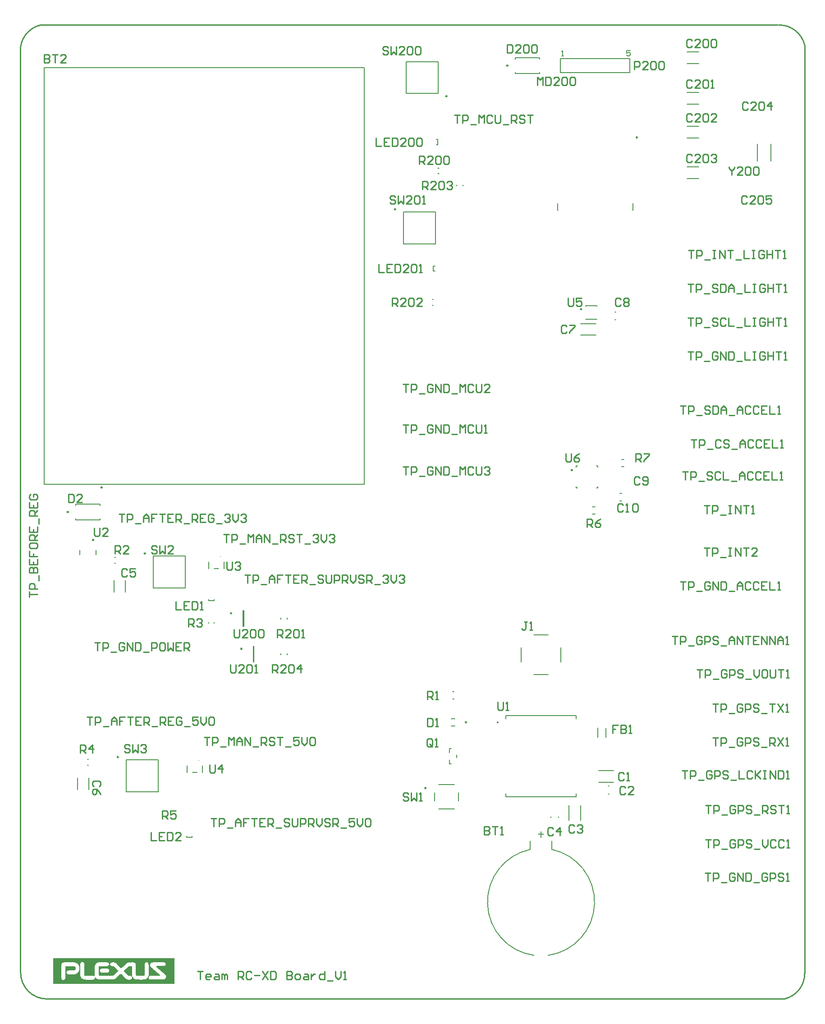
<source format=gto>
G04*
G04 #@! TF.GenerationSoftware,Altium Limited,Altium Designer,22.6.1 (34)*
G04*
G04 Layer_Color=65535*
%FSLAX25Y25*%
%MOIN*%
G70*
G04*
G04 #@! TF.SameCoordinates,0C23EDBF-805D-421A-8D3F-8ECBED75DDC4*
G04*
G04*
G04 #@! TF.FilePolarity,Positive*
G04*
G01*
G75*
%ADD10C,0.00984*%
%ADD11C,0.00787*%
%ADD12C,0.00600*%
%ADD13C,0.00100*%
%ADD14C,0.01000*%
D10*
X408287Y391004D02*
G03*
X408287Y391004I-492J0D01*
G01*
X329941Y204488D02*
G03*
X329941Y204488I-492J0D01*
G01*
X299941Y155886D02*
G03*
X299941Y155886I-492J0D01*
G01*
X415059Y510000D02*
G03*
X415059Y510000I-492J0D01*
G01*
X456299Y636949D02*
G03*
X456299Y636949I-492J0D01*
G01*
X163885Y258839D02*
G03*
X163885Y258839I-492J0D01*
G01*
X315492Y667362D02*
G03*
X315492Y667362I-492J0D01*
G01*
X72579Y178779D02*
G03*
X72579Y178779I-492J0D01*
G01*
X156326Y285138D02*
G03*
X156326Y285138I-492J0D01*
G01*
X60492Y378169D02*
G03*
X60492Y378169I-492J0D01*
G01*
X35531Y360000D02*
G03*
X35531Y360000I-492J0D01*
G01*
X92579Y329350D02*
G03*
X92579Y329350I-492J0D01*
G01*
X54311Y339350D02*
G03*
X54311Y339350I-492J0D01*
G01*
X360531Y690000D02*
G03*
X360531Y690000I-492J0D01*
G01*
X277579Y583779D02*
G03*
X277579Y583779I-492J0D01*
G01*
D11*
X390118Y32205D02*
G03*
X392874Y110551I-5305J39408D01*
G01*
X377126Y110551D02*
G03*
X379882Y32205I8061J-38938D01*
G01*
X131972Y176386D02*
G03*
X131972Y176386I-117J0D01*
G01*
X148018Y327039D02*
G03*
X148018Y327039I-117J0D01*
G01*
X410945Y394055D02*
X411929D01*
X426102D02*
X427087D01*
Y377913D02*
Y378898D01*
Y393071D02*
Y394055D01*
X410945Y377913D02*
X411929D01*
X426102D02*
X427087D01*
X410945D02*
Y378898D01*
Y393071D02*
Y394055D01*
X444626Y393327D02*
X446398D01*
X444626Y398642D02*
X446398D01*
X443425Y368130D02*
X444606D01*
X443425Y373839D02*
X444606D01*
X423130Y363642D02*
X424902D01*
X423130Y358327D02*
X424902D01*
X382933Y121673D02*
X387067D01*
X385000Y119606D02*
Y123740D01*
X392874Y110551D02*
Y116850D01*
X377126Y110551D02*
Y116850D01*
X399567Y249220D02*
Y259756D01*
X379732Y239921D02*
X390268D01*
X370433Y249220D02*
Y259756D01*
X379732Y269055D02*
X390268D01*
X319508Y221732D02*
X320492D01*
X319508Y227244D02*
X320492D01*
X318721Y207146D02*
X321280D01*
X318721Y201831D02*
X321280D01*
X392146Y134193D02*
Y134783D01*
X397854Y134193D02*
Y134783D01*
X414256Y132111D02*
Y143182D01*
X405744Y132111D02*
Y143182D01*
X433098Y193395D02*
Y200285D01*
X426949Y193484D02*
Y200374D01*
X427623Y168744D02*
X438694D01*
X427623Y160232D02*
X438694D01*
X306142Y146634D02*
Y152342D01*
X309193Y140630D02*
X320807D01*
X323858Y146634D02*
Y152342D01*
X309193Y158346D02*
X320807D01*
X322559Y178441D02*
Y180535D01*
X317441Y185197D02*
X318713D01*
X317441Y173779D02*
Y176795D01*
Y182181D02*
Y185197D01*
Y173779D02*
X318713D01*
X434705Y157343D02*
X435295D01*
X434705Y151634D02*
X435295D01*
X322736Y601102D02*
Y601890D01*
X327264Y601102D02*
Y601890D01*
X544882Y619468D02*
Y632067D01*
X555118Y619468D02*
Y632067D01*
X304606Y512933D02*
X305394D01*
X304606Y517067D02*
X305394D01*
X305394Y538031D02*
Y541968D01*
Y538031D02*
X306575D01*
X305394Y541968D02*
X306575D01*
X493066Y661584D02*
X501727D01*
X493087Y670079D02*
X501748D01*
X417913Y512264D02*
Y512362D01*
Y502520D02*
Y502618D01*
X426181Y512264D02*
Y512362D01*
Y502520D02*
Y502618D01*
X417913Y512362D02*
X426181D01*
X417913Y502520D02*
X426181D01*
X439705Y502146D02*
X440295D01*
X439705Y507854D02*
X440295D01*
X414464Y490744D02*
X425536D01*
X414464Y499256D02*
X425536D01*
X397146Y583287D02*
Y588189D01*
X452520Y583287D02*
X452854D01*
X397146D02*
X397480D01*
X452854D02*
Y588189D01*
X450591Y684705D02*
Y695295D01*
X399410D02*
X450591D01*
X399410Y684705D02*
Y695295D01*
Y684705D02*
X450591D01*
X308740Y614232D02*
X309528D01*
X308740Y610098D02*
X309528D01*
X308740Y631496D02*
Y635433D01*
X307559D02*
X308740D01*
X307559Y631496D02*
X308740D01*
X192736Y254606D02*
Y255394D01*
X197264Y254606D02*
Y255394D01*
X172764Y249291D02*
Y260709D01*
X172354Y249291D02*
X172764D01*
X172354D02*
Y260709D01*
X172764D01*
X192736Y280906D02*
Y281693D01*
X197264Y280906D02*
Y281693D01*
X308898Y669331D02*
Y692953D01*
X285276Y669331D02*
Y692953D01*
X308898D01*
X285276Y669331D02*
X308898D01*
X78189Y153189D02*
Y176811D01*
X101811Y153189D02*
Y176811D01*
X78189Y153189D02*
X101811D01*
X78189Y176811D02*
X101811D01*
X165205Y275590D02*
Y287008D01*
X164795Y275590D02*
X165205D01*
X164795D02*
Y287008D01*
X165205D01*
X134662Y167441D02*
Y172559D01*
X123245Y167441D02*
Y172559D01*
X127379Y167441D02*
X130528D01*
X123031Y119409D02*
X126969D01*
Y120591D01*
X123031Y119409D02*
Y120591D01*
X49606Y172736D02*
X50394D01*
X49606Y177264D02*
X50394D01*
X42224Y154764D02*
Y163425D01*
X50689Y154764D02*
Y163425D01*
X17500Y380532D02*
X254468D01*
Y688406D01*
X17500D02*
X254468D01*
X17500Y380532D02*
Y688406D01*
X40945Y365748D02*
X59055D01*
Y354252D02*
Y355177D01*
Y364823D02*
Y365748D01*
X40945Y354252D02*
X59055D01*
X40945D02*
Y355177D01*
Y364823D02*
Y365748D01*
X143327Y277756D02*
Y278543D01*
X139193Y277756D02*
Y278543D01*
X139291Y294409D02*
X143228D01*
Y295590D01*
X139291Y294409D02*
Y295590D01*
X150709Y318094D02*
Y323212D01*
X139291Y318094D02*
Y323212D01*
X143425Y318094D02*
X146575D01*
X98189Y303760D02*
Y327382D01*
X121811Y303760D02*
Y327382D01*
X98189Y303760D02*
X121811D01*
X98189Y327382D02*
X121811D01*
X69606Y322046D02*
X70394D01*
X69606Y326574D02*
X70394D01*
X69311Y300669D02*
Y309331D01*
X77776Y300669D02*
Y309331D01*
X44094Y328327D02*
Y331673D01*
X55905Y328327D02*
Y331673D01*
X365945Y695748D02*
X384055D01*
Y684252D02*
Y685177D01*
Y694823D02*
Y695748D01*
X365945Y684252D02*
X384055D01*
X365945D02*
Y685177D01*
Y694823D02*
Y695748D01*
X283189Y581811D02*
X306811D01*
X283189Y558189D02*
X306811D01*
Y581811D01*
X283189Y558189D02*
Y581811D01*
X493087Y700079D02*
X501748D01*
X493066Y691584D02*
X501727D01*
X493087Y645079D02*
X501748D01*
X493087Y636614D02*
X501748D01*
X493087Y615079D02*
X501748D01*
X493087Y606614D02*
X501748D01*
D12*
X353400Y204488D02*
G03*
X353400Y204488I-500J0D01*
G01*
X358900Y149438D02*
X411100D01*
Y151778D01*
X358900Y209538D02*
X411100D01*
X358900Y207198D02*
Y209538D01*
Y149438D02*
Y151778D01*
X411100Y207198D02*
Y209538D01*
X451066Y700999D02*
X448400D01*
Y698999D01*
X449733Y699666D01*
X450399D01*
X451066Y698999D01*
Y697666D01*
X450399Y697000D01*
X449066D01*
X448400Y697666D01*
X400200Y697100D02*
X401533D01*
X400866D01*
Y701099D01*
X400200Y700432D01*
D13*
X32850Y14600D02*
X46250D01*
X69450D02*
X78350D01*
X54450D02*
X57150D01*
X81850D02*
X84750D01*
X106550Y14700D02*
X113550D01*
X92550D02*
X95050D01*
X82050D02*
X84450D01*
X69750D02*
X78150D01*
X54550D02*
X56850D01*
X32950D02*
X46050D01*
X106750Y14800D02*
X113550D01*
X92850D02*
X94950D01*
X82150D02*
X84250D01*
X69950D02*
X77950D01*
X54650D02*
X56650D01*
X33050D02*
X45850D01*
X106850Y14900D02*
X113550D01*
X93050D02*
X94850D01*
X82250D02*
X84050D01*
X70050D02*
X77850D01*
X54750D02*
X56450D01*
X33050D02*
X45650D01*
X107050Y15000D02*
X113550D01*
X93150D02*
X94750D01*
X82350D02*
X83850D01*
X70150D02*
X77750D01*
X54850D02*
X56250D01*
X33050D02*
X45550D01*
X107150Y15100D02*
X113550D01*
X93350D02*
X94750D01*
X82350D02*
X83750D01*
X70250D02*
X77650D01*
X54950D02*
X56150D01*
X33150D02*
X45350D01*
X107250Y15200D02*
X113550D01*
X93450D02*
X94650D01*
X82450D02*
X83650D01*
X70350D02*
X77550D01*
X54950D02*
X55950D01*
X33150D02*
X45250D01*
X107350Y15300D02*
X113550D01*
X93550D02*
X94650D01*
X82450D02*
X83550D01*
X70450D02*
X77450D01*
X54950D02*
X55850D01*
X33150D02*
X45150D01*
X107450Y15400D02*
X113550D01*
X93650D02*
X94650D01*
X82550D02*
X83350D01*
X70550D02*
X77350D01*
X55050D02*
X55750D01*
X33150D02*
X45050D01*
X107450Y15500D02*
X113550D01*
X93750D02*
X94550D01*
X82550D02*
X83250D01*
X70650D02*
X77250D01*
X55050D02*
X55650D01*
X33150D02*
X44950D01*
X107550Y15600D02*
X113550D01*
X93850D02*
X94550D01*
X82550D02*
X83150D01*
X70750D02*
X77150D01*
X55050D02*
X55550D01*
X33150D02*
X44850D01*
X107550Y15700D02*
X113550D01*
X93950D02*
X94550D01*
X82550D02*
X83150D01*
X70850D02*
X77050D01*
X55150D02*
X55450D01*
X33150D02*
X44750D01*
X107650Y15800D02*
X113550D01*
X94050D02*
X94550D01*
X82550D02*
X83050D01*
X71050D02*
X76950D01*
X55150D02*
X55350D01*
X33150D02*
X44650D01*
X107650Y15900D02*
X113550D01*
X94150D02*
X94550D01*
X82550D02*
X82950D01*
X71150D02*
X76850D01*
X55150D02*
X55250D01*
X33150D02*
X44550D01*
X107750Y16000D02*
X113550D01*
X94250D02*
X94550D01*
X82550D02*
X82850D01*
X71250D02*
X76750D01*
X55150D02*
X55250D01*
X33150D02*
X44550D01*
X107750Y16100D02*
X113550D01*
X94250D02*
X94550D01*
X82550D02*
X82750D01*
X71350D02*
X76650D01*
X33150D02*
X44450D01*
X107750Y16200D02*
X113550D01*
X94350D02*
X94550D01*
X82550D02*
X82750D01*
X71450D02*
X76550D01*
X33150D02*
X44350D01*
X107750Y16300D02*
X113550D01*
X94450D02*
X94550D01*
X82550D02*
X82650D01*
X71550D02*
X76450D01*
X33150D02*
X44350D01*
X107750Y16400D02*
X113550D01*
X94450D02*
X94650D01*
X82550D02*
X82650D01*
X71650D02*
X76350D01*
X33150D02*
X44250D01*
X107850Y16500D02*
X113550D01*
X94550D02*
X94650D01*
X82450D02*
X82550D01*
X71750D02*
X76250D01*
X33150D02*
X44250D01*
X107850Y16600D02*
X113550D01*
X94550D02*
X94650D01*
X82450D02*
X82550D01*
X71850D02*
X76150D01*
X33150D02*
X44150D01*
X107850Y16700D02*
X113550D01*
X94650D02*
X94750D01*
X82350D02*
X82450D01*
X71950D02*
X76050D01*
X33150D02*
X44150D01*
X107850Y16800D02*
X113550D01*
X94650D02*
X94750D01*
X82350D02*
X82450D01*
X72050D02*
X75950D01*
X33150D02*
X44150D01*
X107850Y16900D02*
X113550D01*
X94650D02*
X94850D01*
X82250D02*
X82450D01*
X72250D02*
X75850D01*
X33150D02*
X44050D01*
X107750Y17000D02*
X113550D01*
X94750D02*
X94950D01*
X82150D02*
X82450D01*
X72350D02*
X75750D01*
X33150D02*
X44050D01*
X107750Y17100D02*
X113550D01*
X94750D02*
X95050D01*
X82050D02*
X82350D01*
X72450D02*
X75650D01*
X54550D02*
X54750D01*
X33150D02*
X44050D01*
X107750Y17200D02*
X113550D01*
X94750D02*
X95150D01*
X81950D02*
X82350D01*
X72550D02*
X75550D01*
X54450D02*
X54750D01*
X33150D02*
X44050D01*
X107750Y17300D02*
X113550D01*
X94750D02*
X95350D01*
X81750D02*
X82350D01*
X72650D02*
X75550D01*
X54250D02*
X54750D01*
X33150D02*
X43950D01*
X107750Y17400D02*
X113550D01*
X94850D02*
X95650D01*
X81350D02*
X82350D01*
X72750D02*
X75450D01*
X54050D02*
X54750D01*
X33150D02*
X43950D01*
X107650Y17500D02*
X113550D01*
X94850D02*
X102850D01*
X85750D02*
X91350D01*
X79950D02*
X82350D01*
X72850D02*
X75350D01*
X58350D02*
X60850D01*
X47450D02*
X54750D01*
X33150D02*
X43950D01*
X107650Y17600D02*
X113550D01*
X94850D02*
X103050D01*
X85650D02*
X91450D01*
X79650D02*
X82250D01*
X72950D02*
X75250D01*
X58150D02*
X68350D01*
X47350D02*
X54750D01*
X33150D02*
X43950D01*
X107550Y17700D02*
X113550D01*
X94850D02*
X102950D01*
X85550D02*
X91550D01*
X79550D02*
X82250D01*
X73050D02*
X75150D01*
X58050D02*
X68550D01*
X47350D02*
X54750D01*
X33150D02*
X43950D01*
X107550Y17800D02*
X113550D01*
X94850D02*
X102850D01*
X85550D02*
X91550D01*
X79450D02*
X82250D01*
X73150D02*
X75050D01*
X57950D02*
X68750D01*
X47250D02*
X54650D01*
X33150D02*
X43950D01*
X107450Y17900D02*
X113550D01*
X94850D02*
X102750D01*
X85550D02*
X91550D01*
X79350D02*
X82250D01*
X73250D02*
X74950D01*
X57950D02*
X68850D01*
X47250D02*
X54650D01*
X33150D02*
X43950D01*
X107350Y18000D02*
X113550D01*
X94850D02*
X102650D01*
X85550D02*
X91550D01*
X79250D02*
X82250D01*
X73450D02*
X74850D01*
X57950D02*
X68950D01*
X47250D02*
X54650D01*
X33150D02*
X43950D01*
X107250Y18100D02*
X113550D01*
X94850D02*
X102550D01*
X85550D02*
X91550D01*
X79050D02*
X82250D01*
X73550D02*
X74750D01*
X57950D02*
X69150D01*
X47250D02*
X54650D01*
X33150D02*
X43950D01*
X107150Y18200D02*
X113550D01*
X94850D02*
X102450D01*
X85450D02*
X91650D01*
X78950D02*
X82250D01*
X73650D02*
X74650D01*
X57950D02*
X69250D01*
X47250D02*
X54650D01*
X39550D02*
X43950D01*
X33150D02*
X38250D01*
X107050Y18300D02*
X113550D01*
X94850D02*
X102350D01*
X85450D02*
X91650D01*
X78850D02*
X82250D01*
X73750D02*
X74550D01*
X57950D02*
X69350D01*
X47250D02*
X54650D01*
X40250D02*
X43950D01*
X33150D02*
X34750D01*
X106950Y18400D02*
X113550D01*
X94850D02*
X102250D01*
X85450D02*
X91650D01*
X78750D02*
X82250D01*
X73850D02*
X74450D01*
X57950D02*
X69450D01*
X47250D02*
X54650D01*
X40650D02*
X43950D01*
X33150D02*
X34550D01*
X106850Y18500D02*
X113550D01*
X94850D02*
X102050D01*
X85450D02*
X91650D01*
X78650D02*
X82250D01*
X73950D02*
X74350D01*
X57950D02*
X69550D01*
X47250D02*
X54650D01*
X40950D02*
X43950D01*
X33150D02*
X34450D01*
X106750Y18600D02*
X113550D01*
X94850D02*
X101950D01*
X85450D02*
X91650D01*
X78550D02*
X82250D01*
X74050D02*
X74250D01*
X57950D02*
X69650D01*
X47250D02*
X54650D01*
X41150D02*
X43950D01*
X33150D02*
X34350D01*
X106550Y18700D02*
X113550D01*
X94850D02*
X101850D01*
X85450D02*
X91650D01*
X78450D02*
X82250D01*
X57950D02*
X69750D01*
X47250D02*
X54650D01*
X41450D02*
X43950D01*
X33150D02*
X34250D01*
X106450Y18800D02*
X113550D01*
X94850D02*
X101750D01*
X85450D02*
X91650D01*
X78350D02*
X82250D01*
X57950D02*
X69850D01*
X47250D02*
X54650D01*
X41550D02*
X43950D01*
X33150D02*
X34150D01*
X106350Y18900D02*
X113550D01*
X94850D02*
X101650D01*
X85450D02*
X91650D01*
X78250D02*
X82250D01*
X57950D02*
X69950D01*
X47250D02*
X54650D01*
X41750D02*
X43950D01*
X33150D02*
X34050D01*
X106250Y19000D02*
X113550D01*
X94850D02*
X101550D01*
X85450D02*
X91650D01*
X78150D02*
X82250D01*
X57950D02*
X70050D01*
X47250D02*
X54650D01*
X41850D02*
X43950D01*
X33150D02*
X33950D01*
X106150Y19100D02*
X113550D01*
X94850D02*
X101450D01*
X85450D02*
X91650D01*
X78050D02*
X82250D01*
X57950D02*
X70250D01*
X47250D02*
X54650D01*
X42050D02*
X43950D01*
X33150D02*
X33950D01*
X106050Y19200D02*
X113550D01*
X94850D02*
X101250D01*
X85450D02*
X91650D01*
X77950D02*
X82250D01*
X57950D02*
X70350D01*
X47250D02*
X54650D01*
X42150D02*
X43950D01*
X33150D02*
X33950D01*
X105950Y19300D02*
X113550D01*
X94850D02*
X101150D01*
X85450D02*
X91650D01*
X77850D02*
X82250D01*
X57950D02*
X70450D01*
X47250D02*
X54650D01*
X42250D02*
X43950D01*
X33150D02*
X33850D01*
X105750Y19400D02*
X113550D01*
X94850D02*
X101050D01*
X85450D02*
X91650D01*
X77750D02*
X82250D01*
X57950D02*
X70550D01*
X47250D02*
X54650D01*
X42350D02*
X43950D01*
X33150D02*
X33850D01*
X105650Y19500D02*
X113550D01*
X94850D02*
X100950D01*
X85450D02*
X91650D01*
X77650D02*
X82250D01*
X57950D02*
X70650D01*
X47250D02*
X54650D01*
X42450D02*
X43950D01*
X33150D02*
X33850D01*
X105550Y19600D02*
X113550D01*
X94850D02*
X100850D01*
X85450D02*
X91650D01*
X77550D02*
X82250D01*
X64550D02*
X70750D01*
X57950D02*
X59550D01*
X47250D02*
X54650D01*
X42550D02*
X43950D01*
X33150D02*
X33850D01*
X105450Y19700D02*
X113550D01*
X94850D02*
X100750D01*
X85450D02*
X91650D01*
X77550D02*
X82250D01*
X64850D02*
X70850D01*
X57950D02*
X59250D01*
X47250D02*
X54650D01*
X42650D02*
X43950D01*
X33150D02*
X33750D01*
X105350Y19800D02*
X113550D01*
X94850D02*
X100650D01*
X85450D02*
X91650D01*
X77450D02*
X82250D01*
X65050D02*
X70950D01*
X57950D02*
X59150D01*
X47250D02*
X54650D01*
X42750D02*
X43950D01*
X33150D02*
X33750D01*
X105250Y19900D02*
X113550D01*
X94850D02*
X100450D01*
X85450D02*
X91650D01*
X77350D02*
X82250D01*
X65250D02*
X71050D01*
X57950D02*
X58950D01*
X47250D02*
X54650D01*
X42850D02*
X43950D01*
X33150D02*
X33750D01*
X105050Y20000D02*
X113550D01*
X94850D02*
X100350D01*
X85450D02*
X91650D01*
X77250D02*
X82250D01*
X65350D02*
X71150D01*
X57950D02*
X58850D01*
X47250D02*
X54650D01*
X42850D02*
X43950D01*
X33150D02*
X33850D01*
X104950Y20100D02*
X113550D01*
X94850D02*
X100250D01*
X85450D02*
X91650D01*
X77150D02*
X82250D01*
X65350D02*
X71250D01*
X57950D02*
X58750D01*
X47250D02*
X54650D01*
X42950D02*
X43950D01*
X33150D02*
X33850D01*
X104850Y20200D02*
X113550D01*
X94850D02*
X100150D01*
X85450D02*
X91650D01*
X77050D02*
X82250D01*
X65450D02*
X71350D01*
X57950D02*
X58750D01*
X47250D02*
X54650D01*
X43050D02*
X43950D01*
X33150D02*
X33850D01*
X104750Y20300D02*
X113550D01*
X94850D02*
X100050D01*
X85450D02*
X91650D01*
X76950D02*
X82250D01*
X65450D02*
X71450D01*
X57950D02*
X58650D01*
X47250D02*
X54650D01*
X43050D02*
X43950D01*
X33150D02*
X33850D01*
X104650Y20400D02*
X113550D01*
X94850D02*
X99950D01*
X85450D02*
X91650D01*
X76850D02*
X82250D01*
X65550D02*
X71550D01*
X57950D02*
X58650D01*
X47250D02*
X54650D01*
X43150D02*
X43950D01*
X33150D02*
X33950D01*
X104550Y20500D02*
X113550D01*
X94850D02*
X99750D01*
X85450D02*
X91650D01*
X76750D02*
X82250D01*
X65550D02*
X71750D01*
X57950D02*
X58550D01*
X47250D02*
X54650D01*
X43150D02*
X43950D01*
X33150D02*
X33950D01*
X104350Y20600D02*
X113550D01*
X94850D02*
X99650D01*
X85450D02*
X91650D01*
X76650D02*
X82250D01*
X65650D02*
X71850D01*
X57950D02*
X58550D01*
X47250D02*
X54650D01*
X43250D02*
X43950D01*
X33150D02*
X34050D01*
X104250Y20700D02*
X113550D01*
X94850D02*
X99550D01*
X85450D02*
X91650D01*
X76550D02*
X82250D01*
X65650D02*
X71950D01*
X57950D02*
X58550D01*
X47250D02*
X54650D01*
X43250D02*
X43950D01*
X33150D02*
X34050D01*
X104150Y20800D02*
X113550D01*
X94850D02*
X99450D01*
X85450D02*
X91650D01*
X76550D02*
X82250D01*
X65650D02*
X71950D01*
X57950D02*
X58450D01*
X47250D02*
X54650D01*
X43350D02*
X43950D01*
X33150D02*
X34150D01*
X104050Y20900D02*
X113550D01*
X94850D02*
X99350D01*
X85450D02*
X91650D01*
X76650D02*
X82250D01*
X65750D02*
X71950D01*
X57950D02*
X58450D01*
X47250D02*
X54650D01*
X43350D02*
X43950D01*
X33150D02*
X34250D01*
X103950Y21000D02*
X113550D01*
X94850D02*
X99250D01*
X85450D02*
X91650D01*
X76750D02*
X82250D01*
X65750D02*
X71850D01*
X57950D02*
X58450D01*
X47250D02*
X54650D01*
X43450D02*
X43950D01*
X33150D02*
X34450D01*
X103850Y21100D02*
X113550D01*
X94850D02*
X99150D01*
X85450D02*
X91650D01*
X76750D02*
X82250D01*
X65750D02*
X71750D01*
X57950D02*
X58450D01*
X47250D02*
X54650D01*
X43450D02*
X43950D01*
X33150D02*
X34550D01*
X103650Y21200D02*
X113550D01*
X94850D02*
X98950D01*
X85450D02*
X91650D01*
X76850D02*
X82250D01*
X65750D02*
X71650D01*
X57950D02*
X58450D01*
X47250D02*
X54650D01*
X43450D02*
X43950D01*
X33150D02*
X34850D01*
X103550Y21300D02*
X113550D01*
X94850D02*
X98850D01*
X85450D02*
X91650D01*
X77050D02*
X82250D01*
X65750D02*
X71550D01*
X57950D02*
X58450D01*
X47250D02*
X54650D01*
X43550D02*
X43950D01*
X33150D02*
X35250D01*
X103450Y21400D02*
X113550D01*
X94850D02*
X98750D01*
X85450D02*
X91650D01*
X77150D02*
X82250D01*
X65750D02*
X71450D01*
X57950D02*
X58450D01*
X47250D02*
X54650D01*
X43550D02*
X43950D01*
X33150D02*
X39750D01*
X103350Y21500D02*
X113550D01*
X94850D02*
X98650D01*
X85450D02*
X91650D01*
X77250D02*
X82250D01*
X65650D02*
X71350D01*
X57950D02*
X58450D01*
X47250D02*
X54650D01*
X43550D02*
X43950D01*
X33150D02*
X39850D01*
X103250Y21600D02*
X113550D01*
X94850D02*
X98550D01*
X85450D02*
X91650D01*
X77350D02*
X82250D01*
X65650D02*
X71250D01*
X57950D02*
X58550D01*
X47250D02*
X54650D01*
X43550D02*
X43950D01*
X33150D02*
X40050D01*
X103150Y21700D02*
X113550D01*
X94850D02*
X98450D01*
X85450D02*
X91650D01*
X77450D02*
X82250D01*
X65650D02*
X71250D01*
X57950D02*
X58550D01*
X47250D02*
X54650D01*
X43650D02*
X43950D01*
X33150D02*
X40150D01*
X102950Y21800D02*
X113550D01*
X94850D02*
X98350D01*
X85450D02*
X91650D01*
X77550D02*
X82250D01*
X65550D02*
X71150D01*
X57950D02*
X58550D01*
X47250D02*
X54650D01*
X43650D02*
X43950D01*
X33150D02*
X40250D01*
X102850Y21900D02*
X113550D01*
X94850D02*
X98150D01*
X85450D02*
X91650D01*
X77650D02*
X82250D01*
X65550D02*
X71050D01*
X57950D02*
X58650D01*
X47250D02*
X54650D01*
X43650D02*
X43950D01*
X33150D02*
X40350D01*
X102750Y22000D02*
X113550D01*
X94850D02*
X98050D01*
X85450D02*
X91650D01*
X77750D02*
X82250D01*
X65450D02*
X70950D01*
X57950D02*
X58750D01*
X47250D02*
X54650D01*
X43650D02*
X43950D01*
X33150D02*
X40450D01*
X102650Y22100D02*
X113550D01*
X94850D02*
X97950D01*
X85450D02*
X91650D01*
X77850D02*
X82250D01*
X65350D02*
X70850D01*
X57950D02*
X58750D01*
X47250D02*
X54650D01*
X43650D02*
X43950D01*
X33150D02*
X40550D01*
X102550Y22200D02*
X113550D01*
X94850D02*
X97850D01*
X85450D02*
X91650D01*
X77950D02*
X82250D01*
X65250D02*
X70750D01*
X57950D02*
X58850D01*
X47250D02*
X54650D01*
X43750D02*
X43950D01*
X33150D02*
X40550D01*
X102450Y22300D02*
X113550D01*
X94850D02*
X97750D01*
X85450D02*
X91650D01*
X78050D02*
X82250D01*
X65150D02*
X70650D01*
X57950D02*
X58950D01*
X47250D02*
X54650D01*
X43750D02*
X43950D01*
X33150D02*
X40650D01*
X102250Y22400D02*
X113550D01*
X94850D02*
X97650D01*
X85450D02*
X91650D01*
X78150D02*
X82250D01*
X65050D02*
X70550D01*
X57950D02*
X59050D01*
X47250D02*
X54650D01*
X43750D02*
X43950D01*
X33150D02*
X40650D01*
X102150Y22500D02*
X113550D01*
X94850D02*
X97550D01*
X85450D02*
X91650D01*
X78350D02*
X82250D01*
X64850D02*
X70450D01*
X57950D02*
X59250D01*
X47250D02*
X54650D01*
X43750D02*
X44050D01*
X33150D02*
X40650D01*
X102050Y22600D02*
X113550D01*
X94850D02*
X97350D01*
X85450D02*
X91650D01*
X78450D02*
X82250D01*
X64550D02*
X70350D01*
X57950D02*
X59650D01*
X47250D02*
X54650D01*
X43750D02*
X44050D01*
X33150D02*
X40650D01*
X101950Y22700D02*
X113550D01*
X94850D02*
X97250D01*
X85450D02*
X91650D01*
X78550D02*
X82250D01*
X57950D02*
X70250D01*
X47250D02*
X54650D01*
X43750D02*
X44050D01*
X33150D02*
X40650D01*
X101850Y22800D02*
X113550D01*
X94850D02*
X97150D01*
X85450D02*
X91650D01*
X78650D02*
X82250D01*
X57950D02*
X70150D01*
X47250D02*
X54650D01*
X43750D02*
X44050D01*
X33150D02*
X40650D01*
X101750Y22900D02*
X113550D01*
X94850D02*
X97050D01*
X85450D02*
X91650D01*
X78750D02*
X82250D01*
X57950D02*
X70050D01*
X47250D02*
X54650D01*
X43750D02*
X44050D01*
X33150D02*
X40650D01*
X101650Y23000D02*
X113550D01*
X94850D02*
X96950D01*
X85450D02*
X91650D01*
X78850D02*
X82250D01*
X57950D02*
X69950D01*
X47250D02*
X54650D01*
X43750D02*
X44050D01*
X33150D02*
X40650D01*
X101450Y23100D02*
X113550D01*
X94850D02*
X96850D01*
X85450D02*
X91650D01*
X78950D02*
X82250D01*
X74250D02*
X74550D01*
X57950D02*
X69850D01*
X47250D02*
X54650D01*
X43750D02*
X44050D01*
X33150D02*
X40650D01*
X101350Y23200D02*
X113550D01*
X94850D02*
X96650D01*
X85450D02*
X91650D01*
X79150D02*
X82250D01*
X74150D02*
X74650D01*
X57950D02*
X69750D01*
X47250D02*
X54650D01*
X43750D02*
X44050D01*
X33150D02*
X40650D01*
X101250Y23300D02*
X113550D01*
X94850D02*
X96550D01*
X85450D02*
X91650D01*
X79250D02*
X82250D01*
X74050D02*
X74750D01*
X57950D02*
X69650D01*
X47250D02*
X54650D01*
X43750D02*
X44050D01*
X33150D02*
X40550D01*
X101150Y23400D02*
X113550D01*
X94850D02*
X96450D01*
X85450D02*
X91650D01*
X79350D02*
X82250D01*
X73950D02*
X74850D01*
X57950D02*
X69550D01*
X47250D02*
X54650D01*
X43750D02*
X44050D01*
X33150D02*
X40550D01*
X101050Y23500D02*
X113550D01*
X94850D02*
X96350D01*
X85450D02*
X91650D01*
X79450D02*
X82250D01*
X73850D02*
X74950D01*
X57950D02*
X69450D01*
X47250D02*
X54750D01*
X43650D02*
X44050D01*
X33150D02*
X40550D01*
X100950Y23600D02*
X113550D01*
X94850D02*
X96250D01*
X85450D02*
X91650D01*
X79550D02*
X82250D01*
X73750D02*
X75050D01*
X57950D02*
X69350D01*
X47250D02*
X54750D01*
X43650D02*
X44050D01*
X33150D02*
X40450D01*
X100750Y23700D02*
X113550D01*
X94850D02*
X96150D01*
X85450D02*
X91650D01*
X79650D02*
X82250D01*
X73650D02*
X75250D01*
X57950D02*
X69250D01*
X47250D02*
X54750D01*
X43650D02*
X44050D01*
X33150D02*
X40350D01*
X100650Y23800D02*
X113550D01*
X94850D02*
X96050D01*
X85450D02*
X91650D01*
X79750D02*
X82250D01*
X73550D02*
X75350D01*
X57950D02*
X69150D01*
X47250D02*
X54750D01*
X43650D02*
X44050D01*
X33150D02*
X40250D01*
X100550Y23900D02*
X113550D01*
X94850D02*
X95950D01*
X85450D02*
X91650D01*
X79850D02*
X82250D01*
X73450D02*
X75450D01*
X57950D02*
X69050D01*
X47250D02*
X54750D01*
X43650D02*
X44050D01*
X33150D02*
X40250D01*
X100450Y24000D02*
X113550D01*
X94850D02*
X95850D01*
X85450D02*
X91650D01*
X79950D02*
X82250D01*
X73350D02*
X75550D01*
X57950D02*
X68950D01*
X47250D02*
X54750D01*
X43650D02*
X44050D01*
X33250D02*
X40050D01*
X100350Y24100D02*
X113550D01*
X94850D02*
X95750D01*
X85450D02*
X91650D01*
X80150D02*
X82150D01*
X73250D02*
X75650D01*
X57950D02*
X68850D01*
X47250D02*
X54750D01*
X43550D02*
X44050D01*
X33250D02*
X39950D01*
X100250Y24200D02*
X113550D01*
X94850D02*
X95750D01*
X85450D02*
X91650D01*
X80350D02*
X82150D01*
X73150D02*
X75750D01*
X58050D02*
X68550D01*
X47250D02*
X54750D01*
X43550D02*
X44050D01*
X33350D02*
X39750D01*
X100150Y24300D02*
X113550D01*
X94850D02*
X95750D01*
X85450D02*
X91650D01*
X80850D02*
X81950D01*
X73050D02*
X75850D01*
X58250D02*
X67750D01*
X47250D02*
X54750D01*
X43550D02*
X44050D01*
X33550D02*
X39550D01*
X100950Y24400D02*
X113550D01*
X94850D02*
X95650D01*
X85450D02*
X91650D01*
X72950D02*
X75950D01*
X64250D02*
X67150D01*
X47250D02*
X54750D01*
X43450D02*
X44050D01*
X106450Y24500D02*
X113550D01*
X94850D02*
X95650D01*
X85450D02*
X91650D01*
X72850D02*
X76050D01*
X64750D02*
X66850D01*
X47250D02*
X54750D01*
X43450D02*
X44050D01*
X106750Y24600D02*
X113550D01*
X94850D02*
X95650D01*
X85450D02*
X91650D01*
X72750D02*
X76250D01*
X64950D02*
X66650D01*
X47250D02*
X54750D01*
X43450D02*
X44050D01*
X106950Y24700D02*
X113550D01*
X94850D02*
X95550D01*
X85450D02*
X91650D01*
X72650D02*
X76350D01*
X65050D02*
X66550D01*
X47250D02*
X54750D01*
X43350D02*
X44050D01*
X107050Y24800D02*
X113550D01*
X94850D02*
X95550D01*
X85450D02*
X91650D01*
X72550D02*
X76450D01*
X65150D02*
X66450D01*
X47250D02*
X54750D01*
X43350D02*
X44050D01*
X107150Y24900D02*
X113550D01*
X94850D02*
X95550D01*
X85450D02*
X91650D01*
X72450D02*
X76550D01*
X65250D02*
X66350D01*
X47250D02*
X54850D01*
X43250D02*
X44050D01*
X107250Y25000D02*
X113550D01*
X94850D02*
X95550D01*
X85450D02*
X91650D01*
X72350D02*
X76650D01*
X65350D02*
X66250D01*
X47250D02*
X54850D01*
X43250D02*
X44050D01*
X107350Y25100D02*
X113550D01*
X94850D02*
X95550D01*
X85450D02*
X91650D01*
X72250D02*
X76750D01*
X65450D02*
X66250D01*
X47250D02*
X54850D01*
X43150D02*
X44050D01*
X107350Y25200D02*
X113550D01*
X94850D02*
X95550D01*
X85450D02*
X91650D01*
X72150D02*
X76850D01*
X65450D02*
X66150D01*
X47250D02*
X54950D01*
X43150D02*
X44050D01*
X107450Y25300D02*
X113550D01*
X94850D02*
X95550D01*
X85450D02*
X91650D01*
X72050D02*
X76950D01*
X65550D02*
X66150D01*
X47250D02*
X54950D01*
X43050D02*
X44050D01*
X107450Y25400D02*
X113550D01*
X94850D02*
X95550D01*
X85450D02*
X91650D01*
X71950D02*
X77050D01*
X65550D02*
X66050D01*
X47250D02*
X55050D01*
X42950D02*
X44050D01*
X107450Y25500D02*
X113550D01*
X94750D02*
X95550D01*
X85450D02*
X91650D01*
X71850D02*
X77250D01*
X65550D02*
X66050D01*
X47250D02*
X55050D01*
X42950D02*
X44050D01*
X107550Y25600D02*
X113550D01*
X94750D02*
X95650D01*
X85450D02*
X91650D01*
X71750D02*
X77350D01*
X65550D02*
X66050D01*
X47250D02*
X55150D01*
X42850D02*
X44050D01*
X107550Y25700D02*
X113550D01*
X94750D02*
X95650D01*
X85450D02*
X91650D01*
X71650D02*
X77450D01*
X65550D02*
X66050D01*
X47250D02*
X55150D01*
X42750D02*
X44050D01*
X107550Y25800D02*
X113550D01*
X94750D02*
X95650D01*
X85450D02*
X91650D01*
X71550D02*
X77550D01*
X65550D02*
X66050D01*
X47250D02*
X55250D01*
X42650D02*
X44050D01*
X107550Y25900D02*
X113550D01*
X94750D02*
X95750D01*
X85350D02*
X91650D01*
X71450D02*
X77650D01*
X65550D02*
X66050D01*
X47250D02*
X55350D01*
X42550D02*
X44050D01*
X107550Y26000D02*
X113550D01*
X94750D02*
X95750D01*
X85350D02*
X91650D01*
X71350D02*
X77750D01*
X65550D02*
X66050D01*
X47250D02*
X55450D01*
X42450D02*
X44050D01*
X107550Y26100D02*
X113550D01*
X94750D02*
X95750D01*
X85350D02*
X91650D01*
X71250D02*
X77850D01*
X65550D02*
X66050D01*
X47250D02*
X55550D01*
X42350D02*
X44050D01*
X107550Y26200D02*
X113550D01*
X94750D02*
X95850D01*
X85250D02*
X91650D01*
X71150D02*
X77950D01*
X65550D02*
X66050D01*
X47250D02*
X55650D01*
X42250D02*
X44050D01*
X107450Y26300D02*
X113550D01*
X94750D02*
X95850D01*
X85250D02*
X91650D01*
X71150D02*
X78050D01*
X65550D02*
X66150D01*
X47150D02*
X55750D01*
X42150D02*
X44050D01*
X107450Y26400D02*
X113550D01*
X94650D02*
X95950D01*
X85150D02*
X91750D01*
X71050D02*
X78150D01*
X65450D02*
X66150D01*
X47150D02*
X55850D01*
X42050D02*
X44050D01*
X107450Y26500D02*
X113550D01*
X94650D02*
X96050D01*
X85150D02*
X91750D01*
X70950D02*
X78350D01*
X65450D02*
X66150D01*
X47150D02*
X55950D01*
X41950D02*
X44050D01*
X107350Y26600D02*
X113550D01*
X94650D02*
X96150D01*
X85050D02*
X91850D01*
X70850D02*
X78450D01*
X65350D02*
X66250D01*
X47150D02*
X56050D01*
X41750D02*
X44150D01*
X107350Y26700D02*
X113550D01*
X94550D02*
X96250D01*
X84950D02*
X91850D01*
X70650D02*
X78550D01*
X65350D02*
X66350D01*
X47050D02*
X56150D01*
X41650D02*
X44150D01*
X107250Y26800D02*
X113550D01*
X94550D02*
X96350D01*
X84850D02*
X91950D01*
X70550D02*
X78650D01*
X65250D02*
X66450D01*
X47050D02*
X56350D01*
X41450D02*
X44150D01*
X107150Y26900D02*
X113550D01*
X94450D02*
X96450D01*
X84750D02*
X92050D01*
X70450D02*
X78750D01*
X65150D02*
X66550D01*
X46950D02*
X56450D01*
X41350D02*
X44250D01*
X107050Y27000D02*
X113550D01*
X94350D02*
X96650D01*
X84550D02*
X92150D01*
X70250D02*
X78950D01*
X65050D02*
X66650D01*
X46850D02*
X56650D01*
X41050D02*
X44350D01*
X106850Y27100D02*
X113550D01*
X94150D02*
X96850D01*
X84350D02*
X92250D01*
X70050D02*
X79150D01*
X64950D02*
X66850D01*
X46750D02*
X56850D01*
X40850D02*
X44450D01*
X106650Y27200D02*
X113550D01*
X94050D02*
X97150D01*
X84050D02*
X92350D01*
X69750D02*
X79450D01*
X64750D02*
X67050D01*
X46650D02*
X57150D01*
X40450D02*
X44550D01*
X106450Y27300D02*
X113550D01*
X93850D02*
X97650D01*
X83650D02*
X92550D01*
X80950D02*
X81550D01*
X69150D02*
X79850D01*
X64450D02*
X67550D01*
X46550D02*
X57450D01*
X39950D02*
X44650D01*
X99550Y27400D02*
X113550D01*
X93550D02*
X99350D01*
X46450D02*
X92850D01*
X46250Y27500D02*
X113550D01*
X45850Y27600D02*
X113550D01*
X90250Y14400D02*
X113550D01*
X81350D02*
X88050D01*
X53950D02*
X79250D01*
X105950Y14500D02*
X113550D01*
X91950D02*
X95450D01*
X81650D02*
X85050D01*
X69150D02*
X78650D01*
X54250D02*
X57550D01*
X106350Y14600D02*
X113550D01*
X92350D02*
X95250D01*
X24150D02*
X30350D01*
X24150Y14700D02*
X30250D01*
X24150Y14800D02*
X30150D01*
X24150Y14900D02*
X30150D01*
X24150Y15000D02*
X30150D01*
X24150Y15100D02*
X30050D01*
X24150Y15200D02*
X30050D01*
X24150Y15300D02*
X30050D01*
X24150Y15400D02*
X30050D01*
X24150Y15500D02*
X30050D01*
X24150Y15600D02*
X29950D01*
X24150Y15700D02*
X29950D01*
X24150Y15800D02*
X29950D01*
X24150Y15900D02*
X29950D01*
X24150Y16000D02*
X29950D01*
X24150Y16100D02*
X29950D01*
X24150Y16200D02*
X29950D01*
X24150Y16300D02*
X29950D01*
X24150Y16400D02*
X29950D01*
X24150Y16500D02*
X29950D01*
X24150Y16600D02*
X29950D01*
X24150Y16700D02*
X29950D01*
X24150Y16800D02*
X29950D01*
X24150Y16900D02*
X29950D01*
X24150Y17000D02*
X29950D01*
X24150Y17100D02*
X29950D01*
X24150Y17200D02*
X29950D01*
X24150Y17300D02*
X29950D01*
X24150Y17400D02*
X29950D01*
X24150Y17500D02*
X29950D01*
X24150Y17600D02*
X29950D01*
X24150Y17700D02*
X29950D01*
X24150Y17800D02*
X29950D01*
X24150Y17900D02*
X29950D01*
X24150Y18000D02*
X29950D01*
X24150Y18100D02*
X29950D01*
X24150Y18200D02*
X29950D01*
X24150Y18300D02*
X29950D01*
X24150Y18400D02*
X29950D01*
X24150Y18500D02*
X29950D01*
X24150Y18600D02*
X29950D01*
X24150Y18700D02*
X29950D01*
X24150Y18800D02*
X29950D01*
X24150Y18900D02*
X29950D01*
X24150Y19000D02*
X29950D01*
X24150Y19100D02*
X29950D01*
X24150Y19200D02*
X29950D01*
X24150Y19300D02*
X29950D01*
X24150Y19400D02*
X29950D01*
X24150Y19500D02*
X29950D01*
X24150Y19600D02*
X29950D01*
X24150Y19700D02*
X29950D01*
X24150Y19800D02*
X29950D01*
X24150Y19900D02*
X29950D01*
X24150Y20000D02*
X29950D01*
X24150Y20100D02*
X29950D01*
X24150Y20200D02*
X29950D01*
X24150Y20300D02*
X29950D01*
X24150Y20400D02*
X29950D01*
X24150Y20500D02*
X29950D01*
X24150Y20600D02*
X29950D01*
X24150Y20700D02*
X29950D01*
X24150Y20800D02*
X29950D01*
X24150Y20900D02*
X29950D01*
X24150Y21000D02*
X29950D01*
X24150Y21100D02*
X29950D01*
X24150Y21200D02*
X29950D01*
X24150Y21300D02*
X29950D01*
X24150Y21400D02*
X29950D01*
X24150Y21500D02*
X29950D01*
X24150Y21600D02*
X29950D01*
X24150Y21700D02*
X29950D01*
X24150Y21800D02*
X29950D01*
X24150Y21900D02*
X29950D01*
X24150Y22000D02*
X29950D01*
X24150Y22100D02*
X29950D01*
X24150Y22200D02*
X30050D01*
X24150Y22300D02*
X30050D01*
X24150Y22400D02*
X30050D01*
X24150Y22500D02*
X30050D01*
X24150Y22600D02*
X30050D01*
X24150Y22700D02*
X30050D01*
X24150Y22800D02*
X30050D01*
X24150Y22900D02*
X30050D01*
X24150Y23000D02*
X30050D01*
X24150Y23100D02*
X30050D01*
X24150Y23200D02*
X30050D01*
X24150Y23300D02*
X30050D01*
X24150Y23400D02*
X30050D01*
X24150Y23500D02*
X30050D01*
X24150Y23600D02*
X30050D01*
X24150Y23700D02*
X30050D01*
X24150Y23800D02*
X30050D01*
X24150Y23900D02*
X30050D01*
X24150Y24000D02*
X30050D01*
X24150Y24100D02*
X30050D01*
X24150Y24200D02*
X30050D01*
X24150Y24300D02*
X30050D01*
X24150Y24400D02*
X30050D01*
X24150Y24500D02*
X30050D01*
X24150Y24600D02*
X30050D01*
X24150Y24700D02*
X30050D01*
X24150Y24800D02*
X30050D01*
X24150Y24900D02*
X30050D01*
X24150Y25000D02*
X30050D01*
X24150Y25100D02*
X30050D01*
X24150Y25200D02*
X30050D01*
X24150Y25300D02*
X30050D01*
X24150Y25400D02*
X30050D01*
X24150Y25500D02*
X30050D01*
X24150Y25600D02*
X30050D01*
X24150Y25700D02*
X30050D01*
X24150Y25800D02*
X30050D01*
X24150Y25900D02*
X30150D01*
X24150Y26000D02*
X30150D01*
X24150Y26100D02*
X30150D01*
X24150Y26200D02*
X30250D01*
X24150Y26300D02*
X30250D01*
X24150Y26400D02*
X30350D01*
X24150Y26500D02*
X30450D01*
X24150Y26600D02*
X30450D01*
X24150Y26700D02*
X30550D01*
X24150Y26800D02*
X30650D01*
X24150Y26900D02*
X30750D01*
X24150Y27000D02*
X30950D01*
X24150Y27100D02*
X31050D01*
X24150Y27200D02*
X31250D01*
X24150Y27300D02*
X31850D01*
X24150Y27400D02*
X44750D01*
X24150Y27500D02*
X44950D01*
X24150Y27600D02*
X45250D01*
X24150Y27700D02*
X113550D01*
X24150Y27800D02*
X113550D01*
X24150Y27900D02*
X113550D01*
X24150Y28000D02*
X113550D01*
X24150Y28100D02*
X113550D01*
X24150Y28200D02*
X113550D01*
X24150Y28300D02*
X113550D01*
X24150Y28400D02*
X113550D01*
X24150Y28500D02*
X113550D01*
X24150Y28600D02*
X113550D01*
X24150Y28700D02*
X113550D01*
X24150Y28800D02*
X113550D01*
X24150Y28900D02*
X113550D01*
X24150Y29000D02*
X113550D01*
X24150Y29100D02*
X113550D01*
X24150Y29200D02*
X113550D01*
X24150Y29300D02*
X113550D01*
X24150Y29400D02*
X113550D01*
X24150Y29500D02*
X113550D01*
X24150Y29600D02*
X113550D01*
X24150Y29700D02*
X113550D01*
X24150Y29800D02*
X113550D01*
X24150Y29900D02*
X113550D01*
X24150Y30000D02*
X113550D01*
X24150Y12400D02*
X113550D01*
X24150Y11600D02*
X113550D01*
X24150Y12300D02*
X113550D01*
X24150Y12000D02*
X113550D01*
X24150Y12100D02*
X113550D01*
X24150Y12500D02*
X113550D01*
X24150Y12200D02*
X113550D01*
X24150Y11700D02*
X113550D01*
X24150Y11800D02*
X113550D01*
X24150Y11900D02*
X113550D01*
X24150Y12600D02*
X113550D01*
X24150Y12700D02*
X113550D01*
X24150Y12800D02*
X113550D01*
X24150Y12900D02*
X113550D01*
X24150Y13000D02*
X113550D01*
X24150Y13100D02*
X113550D01*
X24150Y13200D02*
X113550D01*
X24150Y13300D02*
X113550D01*
X24150Y13400D02*
X113550D01*
X24150Y13500D02*
X113550D01*
X24150Y13600D02*
X113550D01*
X24150Y13700D02*
X113550D01*
X24150Y13800D02*
X113550D01*
X24150Y13900D02*
X113550D01*
X31850Y14000D02*
X113550D01*
X24150D02*
X31350D01*
X32250Y14100D02*
X113550D01*
X24150D02*
X30950D01*
X32450Y14200D02*
X113550D01*
X24150D02*
X30750D01*
X32550Y14300D02*
X113550D01*
X24150D02*
X30650D01*
X32650Y14400D02*
X47950D01*
X24150D02*
X30450D01*
X32750Y14500D02*
X46550D01*
X24150D02*
X30350D01*
D14*
X131000Y20598D02*
X134999D01*
X132999D01*
Y14600D01*
X139997D02*
X137998D01*
X136998Y15599D01*
Y17599D01*
X137998Y18598D01*
X139997D01*
X140997Y17599D01*
Y16599D01*
X136998D01*
X143996Y18598D02*
X145995D01*
X146995Y17599D01*
Y14600D01*
X143996D01*
X142996Y15599D01*
X143996Y16599D01*
X146995D01*
X148994Y14600D02*
Y18598D01*
X149994D01*
X150994Y17599D01*
Y14600D01*
Y17599D01*
X151993Y18598D01*
X152993Y17599D01*
Y14600D01*
X160990D02*
Y20598D01*
X163989D01*
X164989Y19598D01*
Y17599D01*
X163989Y16599D01*
X160990D01*
X162990D02*
X164989Y14600D01*
X170987Y19598D02*
X169987Y20598D01*
X167988D01*
X166988Y19598D01*
Y15599D01*
X167988Y14600D01*
X169987D01*
X170987Y15599D01*
X172986Y17599D02*
X176985D01*
X178984Y20598D02*
X182983Y14600D01*
Y20598D02*
X178984Y14600D01*
X184983Y20598D02*
Y14600D01*
X187982D01*
X188981Y15599D01*
Y19598D01*
X187982Y20598D01*
X184983D01*
X196979D02*
Y14600D01*
X199978D01*
X200977Y15599D01*
Y16599D01*
X199978Y17599D01*
X196979D01*
X199978D01*
X200977Y18598D01*
Y19598D01*
X199978Y20598D01*
X196979D01*
X203976Y14600D02*
X205976D01*
X206975Y15599D01*
Y17599D01*
X205976Y18598D01*
X203976D01*
X202977Y17599D01*
Y15599D01*
X203976Y14600D01*
X209975Y18598D02*
X211974D01*
X212973Y17599D01*
Y14600D01*
X209975D01*
X208975Y15599D01*
X209975Y16599D01*
X212973D01*
X214973Y18598D02*
Y14600D01*
Y16599D01*
X215972Y17599D01*
X216972Y18598D01*
X217972D01*
X224970Y20598D02*
Y14600D01*
X221971D01*
X220971Y15599D01*
Y17599D01*
X221971Y18598D01*
X224970D01*
X226969Y13600D02*
X230968D01*
X232967Y20598D02*
Y16599D01*
X234966Y14600D01*
X236966Y16599D01*
Y20598D01*
X238965Y14600D02*
X240964D01*
X239965D01*
Y20598D01*
X238965Y19598D01*
X505506Y333499D02*
X509505D01*
X507506D01*
Y327501D01*
X511504D02*
Y333499D01*
X514503D01*
X515503Y332499D01*
Y330500D01*
X514503Y329500D01*
X511504D01*
X517502Y326501D02*
X521501D01*
X523500Y333499D02*
X525500D01*
X524500D01*
Y327501D01*
X523500D01*
X525500D01*
X528499D02*
Y333499D01*
X532498Y327501D01*
Y333499D01*
X534497D02*
X538496D01*
X536496D01*
Y327501D01*
X544494D02*
X540495D01*
X544494Y331500D01*
Y332499D01*
X543494Y333499D01*
X541495D01*
X540495Y332499D01*
X403354Y402999D02*
Y398001D01*
X404354Y397001D01*
X406353D01*
X407353Y398001D01*
Y402999D01*
X413351D02*
X411351Y401999D01*
X409352Y400000D01*
Y398001D01*
X410352Y397001D01*
X412351D01*
X413351Y398001D01*
Y399000D01*
X412351Y400000D01*
X409352D01*
X488012Y438499D02*
X492011D01*
X490011D01*
Y432501D01*
X494010D02*
Y438499D01*
X497009D01*
X498009Y437499D01*
Y435500D01*
X497009Y434500D01*
X494010D01*
X500008Y431501D02*
X504007D01*
X510005Y437499D02*
X509005Y438499D01*
X507006D01*
X506006Y437499D01*
Y436500D01*
X507006Y435500D01*
X509005D01*
X510005Y434500D01*
Y433500D01*
X509005Y432501D01*
X507006D01*
X506006Y433500D01*
X512004Y438499D02*
Y432501D01*
X515003D01*
X516003Y433500D01*
Y437499D01*
X515003Y438499D01*
X512004D01*
X518002Y432501D02*
Y436500D01*
X520002Y438499D01*
X522001Y436500D01*
Y432501D01*
Y435500D01*
X518002D01*
X524000Y431501D02*
X527999D01*
X529998Y432501D02*
Y436500D01*
X531998Y438499D01*
X533997Y436500D01*
Y432501D01*
Y435500D01*
X529998D01*
X539995Y437499D02*
X538996Y438499D01*
X536996D01*
X535996Y437499D01*
Y433500D01*
X536996Y432501D01*
X538996D01*
X539995Y433500D01*
X545993Y437499D02*
X544993Y438499D01*
X542994D01*
X541994Y437499D01*
Y433500D01*
X542994Y432501D01*
X544993D01*
X545993Y433500D01*
X551991Y438499D02*
X547993D01*
Y432501D01*
X551991D01*
X547993Y435500D02*
X549992D01*
X553991Y438499D02*
Y432501D01*
X557989D01*
X559989D02*
X561988D01*
X560988D01*
Y438499D01*
X559989Y437499D01*
X489712Y389743D02*
X493711D01*
X491711D01*
Y383745D01*
X495710D02*
Y389743D01*
X498709D01*
X499709Y388744D01*
Y386744D01*
X498709Y385745D01*
X495710D01*
X501708Y382746D02*
X505707D01*
X511705Y388744D02*
X510705Y389743D01*
X508706D01*
X507706Y388744D01*
Y387744D01*
X508706Y386744D01*
X510705D01*
X511705Y385745D01*
Y384745D01*
X510705Y383745D01*
X508706D01*
X507706Y384745D01*
X517703Y388744D02*
X516703Y389743D01*
X514704D01*
X513704Y388744D01*
Y384745D01*
X514704Y383745D01*
X516703D01*
X517703Y384745D01*
X519702Y389743D02*
Y383745D01*
X523701D01*
X525700Y382746D02*
X529699D01*
X531698Y383745D02*
Y387744D01*
X533698Y389743D01*
X535697Y387744D01*
Y383745D01*
Y386744D01*
X531698D01*
X541695Y388744D02*
X540695Y389743D01*
X538696D01*
X537697Y388744D01*
Y384745D01*
X538696Y383745D01*
X540695D01*
X541695Y384745D01*
X547693Y388744D02*
X546694Y389743D01*
X544694D01*
X543694Y388744D01*
Y384745D01*
X544694Y383745D01*
X546694D01*
X547693Y384745D01*
X553691Y389743D02*
X549693D01*
Y383745D01*
X553691D01*
X549693Y386744D02*
X551692D01*
X555691Y389743D02*
Y383745D01*
X559689D01*
X561689D02*
X563688D01*
X562688D01*
Y389743D01*
X561689Y388744D01*
X505706Y364699D02*
X509705D01*
X507705D01*
Y358701D01*
X511704D02*
Y364699D01*
X514703D01*
X515703Y363699D01*
Y361700D01*
X514703Y360700D01*
X511704D01*
X517702Y357701D02*
X521701D01*
X523700Y364699D02*
X525700D01*
X524700D01*
Y358701D01*
X523700D01*
X525700D01*
X528698D02*
Y364699D01*
X532697Y358701D01*
Y364699D01*
X534697D02*
X538695D01*
X536696D01*
Y358701D01*
X540695D02*
X542694D01*
X541694D01*
Y364699D01*
X540695Y363699D01*
X488012Y308499D02*
X492011D01*
X490011D01*
Y302501D01*
X494010D02*
Y308499D01*
X497009D01*
X498009Y307499D01*
Y305500D01*
X497009Y304500D01*
X494010D01*
X500008Y301501D02*
X504007D01*
X510005Y307499D02*
X509005Y308499D01*
X507006D01*
X506006Y307499D01*
Y303501D01*
X507006Y302501D01*
X509005D01*
X510005Y303501D01*
Y305500D01*
X508006D01*
X512004Y302501D02*
Y308499D01*
X516003Y302501D01*
Y308499D01*
X518002D02*
Y302501D01*
X521001D01*
X522001Y303501D01*
Y307499D01*
X521001Y308499D01*
X518002D01*
X524000Y301501D02*
X527999D01*
X529998Y302501D02*
Y306500D01*
X531998Y308499D01*
X533997Y306500D01*
Y302501D01*
Y305500D01*
X529998D01*
X539995Y307499D02*
X538996Y308499D01*
X536996D01*
X535996Y307499D01*
Y303501D01*
X536996Y302501D01*
X538996D01*
X539995Y303501D01*
X545993Y307499D02*
X544993Y308499D01*
X542994D01*
X541994Y307499D01*
Y303501D01*
X542994Y302501D01*
X544993D01*
X545993Y303501D01*
X551991Y308499D02*
X547993D01*
Y302501D01*
X551991D01*
X547993Y305500D02*
X549992D01*
X553991Y308499D02*
Y302501D01*
X557989D01*
X559989D02*
X561988D01*
X560988D01*
Y308499D01*
X559989Y307499D01*
X496011Y413499D02*
X500010D01*
X498010D01*
Y407501D01*
X502009D02*
Y413499D01*
X505008D01*
X506008Y412499D01*
Y410500D01*
X505008Y409500D01*
X502009D01*
X508007Y406501D02*
X512006D01*
X518004Y412499D02*
X517004Y413499D01*
X515005D01*
X514005Y412499D01*
Y408500D01*
X515005Y407501D01*
X517004D01*
X518004Y408500D01*
X524002Y412499D02*
X523002Y413499D01*
X521003D01*
X520003Y412499D01*
Y411500D01*
X521003Y410500D01*
X523002D01*
X524002Y409500D01*
Y408500D01*
X523002Y407501D01*
X521003D01*
X520003Y408500D01*
X526001Y406501D02*
X530000D01*
X531999Y407501D02*
Y411500D01*
X533999Y413499D01*
X535998Y411500D01*
Y407501D01*
Y410500D01*
X531999D01*
X541996Y412499D02*
X540997Y413499D01*
X538997D01*
X537997Y412499D01*
Y408500D01*
X538997Y407501D01*
X540997D01*
X541996Y408500D01*
X547994Y412499D02*
X546994Y413499D01*
X544995D01*
X543996Y412499D01*
Y408500D01*
X544995Y407501D01*
X546994D01*
X547994Y408500D01*
X553992Y413499D02*
X549994D01*
Y407501D01*
X553992D01*
X549994Y410500D02*
X551993D01*
X555992Y413499D02*
Y407501D01*
X559990D01*
X561990D02*
X563989D01*
X562989D01*
Y413499D01*
X561990Y412499D01*
X458095Y385001D02*
X457095Y386001D01*
X455096D01*
X454096Y385001D01*
Y381003D01*
X455096Y380003D01*
X457095D01*
X458095Y381003D01*
X460094D02*
X461094Y380003D01*
X463093D01*
X464093Y381003D01*
Y385001D01*
X463093Y386001D01*
X461094D01*
X460094Y385001D01*
Y384002D01*
X461094Y383002D01*
X464093D01*
X445596Y365070D02*
X444596Y366070D01*
X442597D01*
X441597Y365070D01*
Y361071D01*
X442597Y360072D01*
X444596D01*
X445596Y361071D01*
X447595Y360072D02*
X449594D01*
X448595D01*
Y366070D01*
X447595Y365070D01*
X452593D02*
X453593Y366070D01*
X455592D01*
X456592Y365070D01*
Y361071D01*
X455592Y360072D01*
X453593D01*
X452593Y361071D01*
Y365070D01*
X524004Y615164D02*
Y614165D01*
X526003Y612165D01*
X528002Y614165D01*
Y615164D01*
X526003Y612165D02*
Y609166D01*
X534000D02*
X530002D01*
X534000Y613165D01*
Y614165D01*
X533001Y615164D01*
X531001D01*
X530002Y614165D01*
X536000D02*
X536999Y615164D01*
X538999D01*
X539998Y614165D01*
Y610166D01*
X538999Y609166D01*
X536999D01*
X536000Y610166D01*
Y614165D01*
X541998D02*
X542997Y615164D01*
X544997D01*
X545997Y614165D01*
Y610166D01*
X544997Y609166D01*
X542997D01*
X541998Y610166D01*
Y614165D01*
X155203Y247299D02*
Y242301D01*
X156203Y241301D01*
X158202D01*
X159202Y242301D01*
Y247299D01*
X165200Y241301D02*
X161201D01*
X165200Y245300D01*
Y246299D01*
X164200Y247299D01*
X162201D01*
X161201Y246299D01*
X167199D02*
X168199Y247299D01*
X170198D01*
X171198Y246299D01*
Y242301D01*
X170198Y241301D01*
X168199D01*
X167199Y242301D01*
Y246299D01*
X173197Y241301D02*
X175197D01*
X174197D01*
Y247299D01*
X173197Y246299D01*
X158139Y272999D02*
Y268001D01*
X159139Y267001D01*
X161138D01*
X162138Y268001D01*
Y272999D01*
X168136Y267001D02*
X164137D01*
X168136Y271000D01*
Y271999D01*
X167136Y272999D01*
X165137D01*
X164137Y271999D01*
X170135D02*
X171135Y272999D01*
X173135D01*
X174134Y271999D01*
Y268001D01*
X173135Y267001D01*
X171135D01*
X170135Y268001D01*
Y271999D01*
X176134D02*
X177133Y272999D01*
X179132D01*
X180132Y271999D01*
Y268001D01*
X179132Y267001D01*
X177133D01*
X176134Y268001D01*
Y271999D01*
X405002Y517999D02*
Y513001D01*
X406001Y512001D01*
X408001D01*
X409000Y513001D01*
Y517999D01*
X414998D02*
X411000D01*
Y515000D01*
X412999Y516000D01*
X413999D01*
X414998Y515000D01*
Y513001D01*
X413999Y512001D01*
X411999D01*
X411000Y513001D01*
X54502Y347999D02*
Y343001D01*
X55501Y342001D01*
X57501D01*
X58500Y343001D01*
Y347999D01*
X64498Y342001D02*
X60500D01*
X64498Y346000D01*
Y346999D01*
X63499Y347999D01*
X61499D01*
X60500Y346999D01*
X353054Y219504D02*
Y214505D01*
X354053Y213506D01*
X356053D01*
X357052Y214505D01*
Y219504D01*
X359052Y213506D02*
X361051D01*
X360051D01*
Y219504D01*
X359052Y218504D01*
X493512Y528499D02*
X497510D01*
X495511D01*
Y522501D01*
X499510D02*
Y528499D01*
X502509D01*
X503509Y527499D01*
Y525500D01*
X502509Y524500D01*
X499510D01*
X505508Y521501D02*
X509507D01*
X515505Y527499D02*
X514505Y528499D01*
X512506D01*
X511506Y527499D01*
Y526500D01*
X512506Y525500D01*
X514505D01*
X515505Y524500D01*
Y523500D01*
X514505Y522501D01*
X512506D01*
X511506Y523500D01*
X517504Y528499D02*
Y522501D01*
X520503D01*
X521503Y523500D01*
Y527499D01*
X520503Y528499D01*
X517504D01*
X523502Y522501D02*
Y526500D01*
X525501Y528499D01*
X527501Y526500D01*
Y522501D01*
Y525500D01*
X523502D01*
X529500Y521501D02*
X533499D01*
X535498Y528499D02*
Y522501D01*
X539497D01*
X541496Y528499D02*
X543496D01*
X542496D01*
Y522501D01*
X541496D01*
X543496D01*
X550493Y527499D02*
X549494Y528499D01*
X547494D01*
X546495Y527499D01*
Y523500D01*
X547494Y522501D01*
X549494D01*
X550493Y523500D01*
Y525500D01*
X548494D01*
X552493Y528499D02*
Y522501D01*
Y525500D01*
X556491D01*
Y528499D01*
Y522501D01*
X558491Y528499D02*
X562490D01*
X560490D01*
Y522501D01*
X564489D02*
X566488D01*
X565488D01*
Y528499D01*
X564489Y527499D01*
X493512Y503499D02*
X497510D01*
X495511D01*
Y497501D01*
X499510D02*
Y503499D01*
X502509D01*
X503509Y502499D01*
Y500500D01*
X502509Y499500D01*
X499510D01*
X505508Y496501D02*
X509507D01*
X515505Y502499D02*
X514505Y503499D01*
X512506D01*
X511506Y502499D01*
Y501500D01*
X512506Y500500D01*
X514505D01*
X515505Y499500D01*
Y498500D01*
X514505Y497501D01*
X512506D01*
X511506Y498500D01*
X521503Y502499D02*
X520503Y503499D01*
X518504D01*
X517504Y502499D01*
Y498500D01*
X518504Y497501D01*
X520503D01*
X521503Y498500D01*
X523502Y503499D02*
Y497501D01*
X527501D01*
X529500Y496501D02*
X533499D01*
X535498Y503499D02*
Y497501D01*
X539497D01*
X541496Y503499D02*
X543496D01*
X542496D01*
Y497501D01*
X541496D01*
X543496D01*
X550493Y502499D02*
X549494Y503499D01*
X547494D01*
X546495Y502499D01*
Y498500D01*
X547494Y497501D01*
X549494D01*
X550493Y498500D01*
Y500500D01*
X548494D01*
X552493Y503499D02*
Y497501D01*
Y500500D01*
X556491D01*
Y503499D01*
Y497501D01*
X558491Y503499D02*
X562490D01*
X560490D01*
Y497501D01*
X564489D02*
X566488D01*
X565488D01*
Y503499D01*
X564489Y502499D01*
X494012Y553499D02*
X498010D01*
X496011D01*
Y547501D01*
X500010D02*
Y553499D01*
X503009D01*
X504008Y552499D01*
Y550500D01*
X503009Y549500D01*
X500010D01*
X506008Y546501D02*
X510007D01*
X512006Y553499D02*
X514005D01*
X513005D01*
Y547501D01*
X512006D01*
X514005D01*
X517004D02*
Y553499D01*
X521003Y547501D01*
Y553499D01*
X523002D02*
X527001D01*
X525002D01*
Y547501D01*
X529000Y546501D02*
X532999D01*
X534998Y553499D02*
Y547501D01*
X538997D01*
X540997Y553499D02*
X542996D01*
X541996D01*
Y547501D01*
X540997D01*
X542996D01*
X549994Y552499D02*
X548994Y553499D01*
X546994D01*
X545995Y552499D01*
Y548500D01*
X546994Y547501D01*
X548994D01*
X549994Y548500D01*
Y550500D01*
X547994D01*
X551993Y553499D02*
Y547501D01*
Y550500D01*
X555992D01*
Y553499D01*
Y547501D01*
X557991Y553499D02*
X561990D01*
X559990D01*
Y547501D01*
X563989D02*
X565988D01*
X564989D01*
Y553499D01*
X563989Y552499D01*
X500411Y243587D02*
X504410D01*
X502410D01*
Y237589D01*
X506409D02*
Y243587D01*
X509408D01*
X510408Y242587D01*
Y240588D01*
X509408Y239588D01*
X506409D01*
X512407Y236589D02*
X516406D01*
X522404Y242587D02*
X521404Y243587D01*
X519405D01*
X518405Y242587D01*
Y238589D01*
X519405Y237589D01*
X521404D01*
X522404Y238589D01*
Y240588D01*
X520404D01*
X524403Y237589D02*
Y243587D01*
X527402D01*
X528402Y242587D01*
Y240588D01*
X527402Y239588D01*
X524403D01*
X534400Y242587D02*
X533400Y243587D01*
X531401D01*
X530401Y242587D01*
Y241588D01*
X531401Y240588D01*
X533400D01*
X534400Y239588D01*
Y238589D01*
X533400Y237589D01*
X531401D01*
X530401Y238589D01*
X536399Y236589D02*
X540398D01*
X542397Y243587D02*
Y239588D01*
X544397Y237589D01*
X546396Y239588D01*
Y243587D01*
X551395D02*
X549395D01*
X548395Y242587D01*
Y238589D01*
X549395Y237589D01*
X551395D01*
X552394Y238589D01*
Y242587D01*
X551395Y243587D01*
X554393D02*
Y238589D01*
X555393Y237589D01*
X557393D01*
X558392Y238589D01*
Y243587D01*
X560392D02*
X564390D01*
X562391D01*
Y237589D01*
X566390D02*
X568389D01*
X567389D01*
Y243587D01*
X566390Y242587D01*
X506510Y117787D02*
X510509D01*
X508509D01*
Y111789D01*
X512508D02*
Y117787D01*
X515507D01*
X516507Y116787D01*
Y114788D01*
X515507Y113788D01*
X512508D01*
X518506Y110789D02*
X522505D01*
X528503Y116787D02*
X527503Y117787D01*
X525504D01*
X524504Y116787D01*
Y112789D01*
X525504Y111789D01*
X527503D01*
X528503Y112789D01*
Y114788D01*
X526504D01*
X530502Y111789D02*
Y117787D01*
X533501D01*
X534501Y116787D01*
Y114788D01*
X533501Y113788D01*
X530502D01*
X540499Y116787D02*
X539499Y117787D01*
X537500D01*
X536500Y116787D01*
Y115788D01*
X537500Y114788D01*
X539499D01*
X540499Y113788D01*
Y112789D01*
X539499Y111789D01*
X537500D01*
X536500Y112789D01*
X542498Y110789D02*
X546497D01*
X548496Y117787D02*
Y113788D01*
X550496Y111789D01*
X552495Y113788D01*
Y117787D01*
X558493Y116787D02*
X557493Y117787D01*
X555494D01*
X554494Y116787D01*
Y112789D01*
X555494Y111789D01*
X557493D01*
X558493Y112789D01*
X564491Y116787D02*
X563492Y117787D01*
X561492D01*
X560493Y116787D01*
Y112789D01*
X561492Y111789D01*
X563492D01*
X564491Y112789D01*
X566491Y111789D02*
X568490D01*
X567490D01*
Y117787D01*
X566491Y116787D01*
X512009Y217987D02*
X516008D01*
X514008D01*
Y211989D01*
X518007D02*
Y217987D01*
X521006D01*
X522006Y216987D01*
Y214988D01*
X521006Y213988D01*
X518007D01*
X524005Y210989D02*
X528004D01*
X534002Y216987D02*
X533002Y217987D01*
X531003D01*
X530003Y216987D01*
Y212989D01*
X531003Y211989D01*
X533002D01*
X534002Y212989D01*
Y214988D01*
X532003D01*
X536001Y211989D02*
Y217987D01*
X539000D01*
X540000Y216987D01*
Y214988D01*
X539000Y213988D01*
X536001D01*
X545998Y216987D02*
X544998Y217987D01*
X542999D01*
X541999Y216987D01*
Y215988D01*
X542999Y214988D01*
X544998D01*
X545998Y213988D01*
Y212989D01*
X544998Y211989D01*
X542999D01*
X541999Y212989D01*
X547997Y210989D02*
X551996D01*
X553996Y217987D02*
X557994D01*
X555995D01*
Y211989D01*
X559994Y217987D02*
X563992Y211989D01*
Y217987D02*
X559994Y211989D01*
X565992D02*
X567991D01*
X566991D01*
Y217987D01*
X565992Y216987D01*
X512009Y192987D02*
X516008D01*
X514008D01*
Y186989D01*
X518007D02*
Y192987D01*
X521006D01*
X522006Y191987D01*
Y189988D01*
X521006Y188988D01*
X518007D01*
X524005Y185989D02*
X528004D01*
X534002Y191987D02*
X533002Y192987D01*
X531003D01*
X530003Y191987D01*
Y187989D01*
X531003Y186989D01*
X533002D01*
X534002Y187989D01*
Y189988D01*
X532003D01*
X536001Y186989D02*
Y192987D01*
X539000D01*
X540000Y191987D01*
Y189988D01*
X539000Y188988D01*
X536001D01*
X545998Y191987D02*
X544998Y192987D01*
X542999D01*
X541999Y191987D01*
Y190988D01*
X542999Y189988D01*
X544998D01*
X545998Y188988D01*
Y187989D01*
X544998Y186989D01*
X542999D01*
X541999Y187989D01*
X547997Y185989D02*
X551996D01*
X553996Y186989D02*
Y192987D01*
X556994D01*
X557994Y191987D01*
Y189988D01*
X556994Y188988D01*
X553996D01*
X555995D02*
X557994Y186989D01*
X559994Y192987D02*
X563992Y186989D01*
Y192987D02*
X559994Y186989D01*
X565992D02*
X567991D01*
X566991D01*
Y192987D01*
X565992Y191987D01*
X506510Y143187D02*
X510509D01*
X508509D01*
Y137189D01*
X512508D02*
Y143187D01*
X515507D01*
X516507Y142187D01*
Y140188D01*
X515507Y139188D01*
X512508D01*
X518506Y136189D02*
X522505D01*
X528503Y142187D02*
X527503Y143187D01*
X525504D01*
X524504Y142187D01*
Y138189D01*
X525504Y137189D01*
X527503D01*
X528503Y138189D01*
Y140188D01*
X526504D01*
X530502Y137189D02*
Y143187D01*
X533501D01*
X534501Y142187D01*
Y140188D01*
X533501Y139188D01*
X530502D01*
X540499Y142187D02*
X539499Y143187D01*
X537500D01*
X536500Y142187D01*
Y141188D01*
X537500Y140188D01*
X539499D01*
X540499Y139188D01*
Y138189D01*
X539499Y137189D01*
X537500D01*
X536500Y138189D01*
X542498Y136189D02*
X546497D01*
X548496Y137189D02*
Y143187D01*
X551496D01*
X552495Y142187D01*
Y140188D01*
X551496Y139188D01*
X548496D01*
X550496D02*
X552495Y137189D01*
X558493Y142187D02*
X557493Y143187D01*
X555494D01*
X554494Y142187D01*
Y141188D01*
X555494Y140188D01*
X557493D01*
X558493Y139188D01*
Y138189D01*
X557493Y137189D01*
X555494D01*
X554494Y138189D01*
X560493Y143187D02*
X564491D01*
X562492D01*
Y137189D01*
X566491D02*
X568490D01*
X567490D01*
Y143187D01*
X566491Y142187D01*
X489213Y168787D02*
X493212D01*
X491212D01*
Y162789D01*
X495211D02*
Y168787D01*
X498210D01*
X499210Y167787D01*
Y165788D01*
X498210Y164788D01*
X495211D01*
X501209Y161789D02*
X505208D01*
X511206Y167787D02*
X510206Y168787D01*
X508207D01*
X507207Y167787D01*
Y163789D01*
X508207Y162789D01*
X510206D01*
X511206Y163789D01*
Y165788D01*
X509206D01*
X513205Y162789D02*
Y168787D01*
X516204D01*
X517204Y167787D01*
Y165788D01*
X516204Y164788D01*
X513205D01*
X523202Y167787D02*
X522202Y168787D01*
X520203D01*
X519203Y167787D01*
Y166788D01*
X520203Y165788D01*
X522202D01*
X523202Y164788D01*
Y163789D01*
X522202Y162789D01*
X520203D01*
X519203Y163789D01*
X525201Y161789D02*
X529200D01*
X531199Y168787D02*
Y162789D01*
X535198D01*
X541196Y167787D02*
X540196Y168787D01*
X538197D01*
X537197Y167787D01*
Y163789D01*
X538197Y162789D01*
X540196D01*
X541196Y163789D01*
X543195Y168787D02*
Y162789D01*
Y164788D01*
X547194Y168787D01*
X544195Y165788D01*
X547194Y162789D01*
X549193Y168787D02*
X551193D01*
X550193D01*
Y162789D01*
X549193D01*
X551193D01*
X554192D02*
Y168787D01*
X558190Y162789D01*
Y168787D01*
X560190D02*
Y162789D01*
X563189D01*
X564188Y163789D01*
Y167787D01*
X563189Y168787D01*
X560190D01*
X566188Y162789D02*
X568187D01*
X567188D01*
Y168787D01*
X566188Y167787D01*
X482014Y267987D02*
X486013D01*
X484013D01*
Y261989D01*
X488012D02*
Y267987D01*
X491011D01*
X492011Y266987D01*
Y264988D01*
X491011Y263988D01*
X488012D01*
X494010Y260989D02*
X498009D01*
X504007Y266987D02*
X503007Y267987D01*
X501008D01*
X500008Y266987D01*
Y262989D01*
X501008Y261989D01*
X503007D01*
X504007Y262989D01*
Y264988D01*
X502007D01*
X506006Y261989D02*
Y267987D01*
X509005D01*
X510005Y266987D01*
Y264988D01*
X509005Y263988D01*
X506006D01*
X516003Y266987D02*
X515003Y267987D01*
X513004D01*
X512004Y266987D01*
Y265988D01*
X513004Y264988D01*
X515003D01*
X516003Y263988D01*
Y262989D01*
X515003Y261989D01*
X513004D01*
X512004Y262989D01*
X518002Y260989D02*
X522001D01*
X524000Y261989D02*
Y265988D01*
X526000Y267987D01*
X527999Y265988D01*
Y261989D01*
Y264988D01*
X524000D01*
X529998Y261989D02*
Y267987D01*
X533997Y261989D01*
Y267987D01*
X535996D02*
X539995D01*
X537996D01*
Y261989D01*
X545993Y267987D02*
X541994D01*
Y261989D01*
X545993D01*
X541994Y264988D02*
X543994D01*
X547993Y261989D02*
Y267987D01*
X551991Y261989D01*
Y267987D01*
X553991Y261989D02*
Y267987D01*
X557989Y261989D01*
Y267987D01*
X559989Y261989D02*
Y265988D01*
X561988Y267987D01*
X563987Y265988D01*
Y261989D01*
Y264988D01*
X559989D01*
X565987Y261989D02*
X567986D01*
X566986D01*
Y267987D01*
X565987Y266987D01*
X55011Y263499D02*
X59010D01*
X57011D01*
Y257501D01*
X61009D02*
Y263499D01*
X64008D01*
X65008Y262499D01*
Y260500D01*
X64008Y259500D01*
X61009D01*
X67007Y256501D02*
X71006D01*
X77004Y262499D02*
X76004Y263499D01*
X74005D01*
X73005Y262499D01*
Y258501D01*
X74005Y257501D01*
X76004D01*
X77004Y258501D01*
Y260500D01*
X75005D01*
X79004Y257501D02*
Y263499D01*
X83002Y257501D01*
Y263499D01*
X85002D02*
Y257501D01*
X88001D01*
X89000Y258501D01*
Y262499D01*
X88001Y263499D01*
X85002D01*
X91000Y256501D02*
X94998D01*
X96998Y257501D02*
Y263499D01*
X99997D01*
X100996Y262499D01*
Y260500D01*
X99997Y259500D01*
X96998D01*
X105995Y263499D02*
X103996D01*
X102996Y262499D01*
Y258501D01*
X103996Y257501D01*
X105995D01*
X106994Y258501D01*
Y262499D01*
X105995Y263499D01*
X108994D02*
Y257501D01*
X110993Y259500D01*
X112993Y257501D01*
Y263499D01*
X118991D02*
X114992D01*
Y257501D01*
X118991D01*
X114992Y260500D02*
X116991D01*
X120990Y257501D02*
Y263499D01*
X123989D01*
X124989Y262499D01*
Y260500D01*
X123989Y259500D01*
X120990D01*
X122989D02*
X124989Y257501D01*
X493512Y478499D02*
X497510D01*
X495511D01*
Y472501D01*
X499510D02*
Y478499D01*
X502509D01*
X503509Y477499D01*
Y475500D01*
X502509Y474500D01*
X499510D01*
X505508Y471501D02*
X509507D01*
X515505Y477499D02*
X514505Y478499D01*
X512506D01*
X511506Y477499D01*
Y473500D01*
X512506Y472501D01*
X514505D01*
X515505Y473500D01*
Y475500D01*
X513505D01*
X517504Y472501D02*
Y478499D01*
X521503Y472501D01*
Y478499D01*
X523502D02*
Y472501D01*
X526501D01*
X527501Y473500D01*
Y477499D01*
X526501Y478499D01*
X523502D01*
X529500Y471501D02*
X533499D01*
X535498Y478499D02*
Y472501D01*
X539497D01*
X541496Y478499D02*
X543496D01*
X542496D01*
Y472501D01*
X541496D01*
X543496D01*
X550493Y477499D02*
X549494Y478499D01*
X547494D01*
X546495Y477499D01*
Y473500D01*
X547494Y472501D01*
X549494D01*
X550493Y473500D01*
Y475500D01*
X548494D01*
X552493Y478499D02*
Y472501D01*
Y475500D01*
X556491D01*
Y478499D01*
Y472501D01*
X558491Y478499D02*
X562490D01*
X560490D01*
Y472501D01*
X564489D02*
X566488D01*
X565488D01*
Y478499D01*
X564489Y477499D01*
X506410Y92987D02*
X510409D01*
X508409D01*
Y86989D01*
X512408D02*
Y92987D01*
X515407D01*
X516407Y91987D01*
Y89988D01*
X515407Y88988D01*
X512408D01*
X518406Y85989D02*
X522405D01*
X528403Y91987D02*
X527403Y92987D01*
X525404D01*
X524404Y91987D01*
Y87989D01*
X525404Y86989D01*
X527403D01*
X528403Y87989D01*
Y89988D01*
X526404D01*
X530402Y86989D02*
Y92987D01*
X534401Y86989D01*
Y92987D01*
X536400D02*
Y86989D01*
X539399D01*
X540399Y87989D01*
Y91987D01*
X539399Y92987D01*
X536400D01*
X542398Y85989D02*
X546397D01*
X552395Y91987D02*
X551396Y92987D01*
X549396D01*
X548396Y91987D01*
Y87989D01*
X549396Y86989D01*
X551396D01*
X552395Y87989D01*
Y89988D01*
X550396D01*
X554394Y86989D02*
Y92987D01*
X557394D01*
X558393Y91987D01*
Y89988D01*
X557394Y88988D01*
X554394D01*
X564391Y91987D02*
X563392Y92987D01*
X561392D01*
X560393Y91987D01*
Y90988D01*
X561392Y89988D01*
X563392D01*
X564391Y88988D01*
Y87989D01*
X563392Y86989D01*
X561392D01*
X560393Y87989D01*
X566391Y86989D02*
X568390D01*
X567390D01*
Y92987D01*
X566391Y91987D01*
X6501Y297012D02*
Y301011D01*
Y299012D01*
X12499D01*
Y303010D02*
X6501D01*
Y306009D01*
X7501Y307009D01*
X9500D01*
X10500Y306009D01*
Y303010D01*
X13499Y309008D02*
Y313007D01*
X6501Y315006D02*
X12499D01*
Y318005D01*
X11500Y319005D01*
X10500D01*
X9500Y318005D01*
Y315006D01*
Y318005D01*
X8501Y319005D01*
X7501D01*
X6501Y318005D01*
Y315006D01*
Y325003D02*
Y321005D01*
X12499D01*
Y325003D01*
X9500Y321005D02*
Y323004D01*
X6501Y331001D02*
Y327003D01*
X9500D01*
Y329002D01*
Y327003D01*
X12499D01*
X6501Y336000D02*
Y334000D01*
X7501Y333001D01*
X11500D01*
X12499Y334000D01*
Y336000D01*
X11500Y336999D01*
X7501D01*
X6501Y336000D01*
X12499Y338999D02*
X6501D01*
Y341998D01*
X7501Y342997D01*
X9500D01*
X10500Y341998D01*
Y338999D01*
Y340998D02*
X12499Y342997D01*
X6501Y348995D02*
Y344997D01*
X12499D01*
Y348995D01*
X9500Y344997D02*
Y346996D01*
X13499Y350995D02*
Y354994D01*
X12499Y356993D02*
X6501D01*
Y359992D01*
X7501Y360992D01*
X9500D01*
X10500Y359992D01*
Y356993D01*
Y358992D02*
X12499Y360992D01*
X6501Y366990D02*
Y362991D01*
X12499D01*
Y366990D01*
X9500Y362991D02*
Y364990D01*
X7501Y372988D02*
X6501Y371988D01*
Y369989D01*
X7501Y368989D01*
X11500D01*
X12499Y369989D01*
Y371988D01*
X11500Y372988D01*
X9500D01*
Y370988D01*
X49373Y208499D02*
X53372D01*
X51373D01*
Y202501D01*
X55371D02*
Y208499D01*
X58371D01*
X59370Y207499D01*
Y205500D01*
X58371Y204500D01*
X55371D01*
X61370Y201501D02*
X65368D01*
X67368Y202501D02*
Y206500D01*
X69367Y208499D01*
X71366Y206500D01*
Y202501D01*
Y205500D01*
X67368D01*
X77364Y208499D02*
X73366D01*
Y205500D01*
X75365D01*
X73366D01*
Y202501D01*
X79364Y208499D02*
X83363D01*
X81363D01*
Y202501D01*
X89360Y208499D02*
X85362D01*
Y202501D01*
X89360D01*
X85362Y205500D02*
X87361D01*
X91360Y202501D02*
Y208499D01*
X94359D01*
X95359Y207499D01*
Y205500D01*
X94359Y204500D01*
X91360D01*
X93359D02*
X95359Y202501D01*
X97358Y201501D02*
X101357D01*
X103356Y202501D02*
Y208499D01*
X106355D01*
X107355Y207499D01*
Y205500D01*
X106355Y204500D01*
X103356D01*
X105355D02*
X107355Y202501D01*
X113353Y208499D02*
X109354D01*
Y202501D01*
X113353D01*
X109354Y205500D02*
X111353D01*
X119351Y207499D02*
X118351Y208499D01*
X116352D01*
X115352Y207499D01*
Y203501D01*
X116352Y202501D01*
X118351D01*
X119351Y203501D01*
Y205500D01*
X117351D01*
X121350Y201501D02*
X125349D01*
X131347Y208499D02*
X127348D01*
Y205500D01*
X129348Y206500D01*
X130347D01*
X131347Y205500D01*
Y203501D01*
X130347Y202501D01*
X128348D01*
X127348Y203501D01*
X133346Y208499D02*
Y204500D01*
X135346Y202501D01*
X137345Y204500D01*
Y208499D01*
X139344Y207499D02*
X140344Y208499D01*
X142343D01*
X143343Y207499D01*
Y203501D01*
X142343Y202501D01*
X140344D01*
X139344Y203501D01*
Y207499D01*
X73015Y358499D02*
X77014D01*
X75015D01*
Y352501D01*
X79013D02*
Y358499D01*
X82012D01*
X83012Y357499D01*
Y355500D01*
X82012Y354500D01*
X79013D01*
X85011Y351501D02*
X89010D01*
X91009Y352501D02*
Y356500D01*
X93009Y358499D01*
X95008Y356500D01*
Y352501D01*
Y355500D01*
X91009D01*
X101006Y358499D02*
X97007D01*
Y355500D01*
X99007D01*
X97007D01*
Y352501D01*
X103006Y358499D02*
X107004D01*
X105005D01*
Y352501D01*
X113002Y358499D02*
X109004D01*
Y352501D01*
X113002D01*
X109004Y355500D02*
X111003D01*
X115002Y352501D02*
Y358499D01*
X118001D01*
X119000Y357499D01*
Y355500D01*
X118001Y354500D01*
X115002D01*
X117001D02*
X119000Y352501D01*
X121000Y351501D02*
X124998D01*
X126998Y352501D02*
Y358499D01*
X129997D01*
X130997Y357499D01*
Y355500D01*
X129997Y354500D01*
X126998D01*
X128997D02*
X130997Y352501D01*
X136995Y358499D02*
X132996D01*
Y352501D01*
X136995D01*
X132996Y355500D02*
X134995D01*
X142993Y357499D02*
X141993Y358499D01*
X139994D01*
X138994Y357499D01*
Y353501D01*
X139994Y352501D01*
X141993D01*
X142993Y353501D01*
Y355500D01*
X140993D01*
X144992Y351501D02*
X148991D01*
X150990Y357499D02*
X151990Y358499D01*
X153989D01*
X154989Y357499D01*
Y356500D01*
X153989Y355500D01*
X152989D01*
X153989D01*
X154989Y354500D01*
Y353501D01*
X153989Y352501D01*
X151990D01*
X150990Y353501D01*
X156988Y358499D02*
Y354500D01*
X158987Y352501D01*
X160987Y354500D01*
Y358499D01*
X162986Y357499D02*
X163986Y358499D01*
X165985D01*
X166985Y357499D01*
Y356500D01*
X165985Y355500D01*
X164985D01*
X165985D01*
X166985Y354500D01*
Y353501D01*
X165985Y352501D01*
X163986D01*
X162986Y353501D01*
X141019Y133499D02*
X145018D01*
X143018D01*
Y127501D01*
X147017D02*
Y133499D01*
X150016D01*
X151016Y132499D01*
Y130500D01*
X150016Y129500D01*
X147017D01*
X153015Y126501D02*
X157014D01*
X159013Y127501D02*
Y131500D01*
X161013Y133499D01*
X163012Y131500D01*
Y127501D01*
Y130500D01*
X159013D01*
X169010Y133499D02*
X165011D01*
Y130500D01*
X167011D01*
X165011D01*
Y127501D01*
X171009Y133499D02*
X175008D01*
X173009D01*
Y127501D01*
X181006Y133499D02*
X177007D01*
Y127501D01*
X181006D01*
X177007Y130500D02*
X179007D01*
X183005Y127501D02*
Y133499D01*
X186004D01*
X187004Y132499D01*
Y130500D01*
X186004Y129500D01*
X183005D01*
X185005D02*
X187004Y127501D01*
X189004Y126501D02*
X193002D01*
X199000Y132499D02*
X198001Y133499D01*
X196001D01*
X195002Y132499D01*
Y131500D01*
X196001Y130500D01*
X198001D01*
X199000Y129500D01*
Y128500D01*
X198001Y127501D01*
X196001D01*
X195002Y128500D01*
X201000Y133499D02*
Y128500D01*
X201999Y127501D01*
X203999D01*
X204998Y128500D01*
Y133499D01*
X206998Y127501D02*
Y133499D01*
X209997D01*
X210997Y132499D01*
Y130500D01*
X209997Y129500D01*
X206998D01*
X212996Y127501D02*
Y133499D01*
X215995D01*
X216995Y132499D01*
Y130500D01*
X215995Y129500D01*
X212996D01*
X214995D02*
X216995Y127501D01*
X218994Y133499D02*
Y129500D01*
X220993Y127501D01*
X222993Y129500D01*
Y133499D01*
X228991Y132499D02*
X227991Y133499D01*
X225992D01*
X224992Y132499D01*
Y131500D01*
X225992Y130500D01*
X227991D01*
X228991Y129500D01*
Y128500D01*
X227991Y127501D01*
X225992D01*
X224992Y128500D01*
X230990Y127501D02*
Y133499D01*
X233989D01*
X234989Y132499D01*
Y130500D01*
X233989Y129500D01*
X230990D01*
X232989D02*
X234989Y127501D01*
X236988Y126501D02*
X240987D01*
X246985Y133499D02*
X242986D01*
Y130500D01*
X244985Y131500D01*
X245985D01*
X246985Y130500D01*
Y128500D01*
X245985Y127501D01*
X243986D01*
X242986Y128500D01*
X248984Y133499D02*
Y129500D01*
X250984Y127501D01*
X252983Y129500D01*
Y133499D01*
X254982Y132499D02*
X255982Y133499D01*
X257981D01*
X258981Y132499D01*
Y128500D01*
X257981Y127501D01*
X255982D01*
X254982Y128500D01*
Y132499D01*
X136061Y193499D02*
X140059D01*
X138060D01*
Y187501D01*
X142059D02*
Y193499D01*
X145058D01*
X146057Y192499D01*
Y190500D01*
X145058Y189500D01*
X142059D01*
X148057Y186501D02*
X152055D01*
X154055Y187501D02*
Y193499D01*
X156054Y191499D01*
X158053Y193499D01*
Y187501D01*
X160053D02*
Y191499D01*
X162052Y193499D01*
X164051Y191499D01*
Y187501D01*
Y190500D01*
X160053D01*
X166051Y187501D02*
Y193499D01*
X170050Y187501D01*
Y193499D01*
X172049Y186501D02*
X176048D01*
X178047Y187501D02*
Y193499D01*
X181046D01*
X182046Y192499D01*
Y190500D01*
X181046Y189500D01*
X178047D01*
X180046D02*
X182046Y187501D01*
X188044Y192499D02*
X187044Y193499D01*
X185045D01*
X184045Y192499D01*
Y191499D01*
X185045Y190500D01*
X187044D01*
X188044Y189500D01*
Y188500D01*
X187044Y187501D01*
X185045D01*
X184045Y188500D01*
X190043Y193499D02*
X194042D01*
X192042D01*
Y187501D01*
X196041Y186501D02*
X200040D01*
X206038Y193499D02*
X202039D01*
Y190500D01*
X204039Y191499D01*
X205038D01*
X206038Y190500D01*
Y188500D01*
X205038Y187501D01*
X203039D01*
X202039Y188500D01*
X208037Y193499D02*
Y189500D01*
X210037Y187501D01*
X212036Y189500D01*
Y193499D01*
X214035Y192499D02*
X215035Y193499D01*
X217034D01*
X218034Y192499D01*
Y188500D01*
X217034Y187501D01*
X215035D01*
X214035Y188500D01*
Y192499D01*
X166019Y313499D02*
X170018D01*
X168018D01*
Y307501D01*
X172017D02*
Y313499D01*
X175016D01*
X176016Y312499D01*
Y310500D01*
X175016Y309500D01*
X172017D01*
X178015Y306501D02*
X182014D01*
X184013Y307501D02*
Y311500D01*
X186013Y313499D01*
X188012Y311500D01*
Y307501D01*
Y310500D01*
X184013D01*
X194010Y313499D02*
X190011D01*
Y310500D01*
X192011D01*
X190011D01*
Y307501D01*
X196009Y313499D02*
X200008D01*
X198009D01*
Y307501D01*
X206006Y313499D02*
X202007D01*
Y307501D01*
X206006D01*
X202007Y310500D02*
X204007D01*
X208005Y307501D02*
Y313499D01*
X211004D01*
X212004Y312499D01*
Y310500D01*
X211004Y309500D01*
X208005D01*
X210005D02*
X212004Y307501D01*
X214004Y306501D02*
X218002D01*
X224000Y312499D02*
X223001Y313499D01*
X221001D01*
X220002Y312499D01*
Y311500D01*
X221001Y310500D01*
X223001D01*
X224000Y309500D01*
Y308501D01*
X223001Y307501D01*
X221001D01*
X220002Y308501D01*
X226000Y313499D02*
Y308501D01*
X226999Y307501D01*
X228999D01*
X229998Y308501D01*
Y313499D01*
X231998Y307501D02*
Y313499D01*
X234997D01*
X235997Y312499D01*
Y310500D01*
X234997Y309500D01*
X231998D01*
X237996Y307501D02*
Y313499D01*
X240995D01*
X241995Y312499D01*
Y310500D01*
X240995Y309500D01*
X237996D01*
X239995D02*
X241995Y307501D01*
X243994Y313499D02*
Y309500D01*
X245993Y307501D01*
X247993Y309500D01*
Y313499D01*
X253991Y312499D02*
X252991Y313499D01*
X250992D01*
X249992Y312499D01*
Y311500D01*
X250992Y310500D01*
X252991D01*
X253991Y309500D01*
Y308501D01*
X252991Y307501D01*
X250992D01*
X249992Y308501D01*
X255990Y307501D02*
Y313499D01*
X258989D01*
X259989Y312499D01*
Y310500D01*
X258989Y309500D01*
X255990D01*
X257989D02*
X259989Y307501D01*
X261988Y306501D02*
X265987D01*
X267986Y312499D02*
X268986Y313499D01*
X270985D01*
X271985Y312499D01*
Y311500D01*
X270985Y310500D01*
X269985D01*
X270985D01*
X271985Y309500D01*
Y308501D01*
X270985Y307501D01*
X268986D01*
X267986Y308501D01*
X273984Y313499D02*
Y309500D01*
X275984Y307501D01*
X277983Y309500D01*
Y313499D01*
X279982Y312499D02*
X280982Y313499D01*
X282981D01*
X283981Y312499D01*
Y311500D01*
X282981Y310500D01*
X281982D01*
X282981D01*
X283981Y309500D01*
Y308501D01*
X282981Y307501D01*
X280982D01*
X279982Y308501D01*
X150273Y343499D02*
X154272D01*
X152272D01*
Y337501D01*
X156271D02*
Y343499D01*
X159270D01*
X160270Y342499D01*
Y340500D01*
X159270Y339500D01*
X156271D01*
X162269Y336501D02*
X166268D01*
X168267Y337501D02*
Y343499D01*
X170267Y341499D01*
X172266Y343499D01*
Y337501D01*
X174265D02*
Y341499D01*
X176265Y343499D01*
X178264Y341499D01*
Y337501D01*
Y340500D01*
X174265D01*
X180263Y337501D02*
Y343499D01*
X184262Y337501D01*
Y343499D01*
X186261Y336501D02*
X190260D01*
X192260Y337501D02*
Y343499D01*
X195258D01*
X196258Y342499D01*
Y340500D01*
X195258Y339500D01*
X192260D01*
X194259D02*
X196258Y337501D01*
X202256Y342499D02*
X201257Y343499D01*
X199257D01*
X198258Y342499D01*
Y341499D01*
X199257Y340500D01*
X201257D01*
X202256Y339500D01*
Y338500D01*
X201257Y337501D01*
X199257D01*
X198258Y338500D01*
X204256Y343499D02*
X208254D01*
X206255D01*
Y337501D01*
X210254Y336501D02*
X214252D01*
X216252Y342499D02*
X217251Y343499D01*
X219251D01*
X220251Y342499D01*
Y341499D01*
X219251Y340500D01*
X218251D01*
X219251D01*
X220251Y339500D01*
Y338500D01*
X219251Y337501D01*
X217251D01*
X216252Y338500D01*
X222250Y343499D02*
Y339500D01*
X224249Y337501D01*
X226249Y339500D01*
Y343499D01*
X228248Y342499D02*
X229248Y343499D01*
X231247D01*
X232247Y342499D01*
Y341499D01*
X231247Y340500D01*
X230247D01*
X231247D01*
X232247Y339500D01*
Y338500D01*
X231247Y337501D01*
X229248D01*
X228248Y338500D01*
X283010Y393499D02*
X287009D01*
X285010D01*
Y387501D01*
X289008D02*
Y393499D01*
X292007D01*
X293007Y392499D01*
Y390500D01*
X292007Y389500D01*
X289008D01*
X295006Y386501D02*
X299005D01*
X305003Y392499D02*
X304004Y393499D01*
X302004D01*
X301005Y392499D01*
Y388500D01*
X302004Y387501D01*
X304004D01*
X305003Y388500D01*
Y390500D01*
X303004D01*
X307003Y387501D02*
Y393499D01*
X311001Y387501D01*
Y393499D01*
X313001D02*
Y387501D01*
X316000D01*
X316999Y388500D01*
Y392499D01*
X316000Y393499D01*
X313001D01*
X318999Y386501D02*
X322997D01*
X324997Y387501D02*
Y393499D01*
X326996Y391499D01*
X328995Y393499D01*
Y387501D01*
X334994Y392499D02*
X333994Y393499D01*
X331995D01*
X330995Y392499D01*
Y388500D01*
X331995Y387501D01*
X333994D01*
X334994Y388500D01*
X336993Y393499D02*
Y388500D01*
X337993Y387501D01*
X339992D01*
X340992Y388500D01*
Y393499D01*
X342991Y392499D02*
X343991Y393499D01*
X345990D01*
X346990Y392499D01*
Y391499D01*
X345990Y390500D01*
X344990D01*
X345990D01*
X346990Y389500D01*
Y388500D01*
X345990Y387501D01*
X343991D01*
X342991Y388500D01*
X283054Y454516D02*
X287052D01*
X285053D01*
Y448517D01*
X289052D02*
Y454516D01*
X292051D01*
X293051Y453516D01*
Y451516D01*
X292051Y450517D01*
X289052D01*
X295050Y447518D02*
X299048D01*
X305047Y453516D02*
X304047Y454516D01*
X302048D01*
X301048Y453516D01*
Y449517D01*
X302048Y448517D01*
X304047D01*
X305047Y449517D01*
Y451516D01*
X303047D01*
X307046Y448517D02*
Y454516D01*
X311045Y448517D01*
Y454516D01*
X313044D02*
Y448517D01*
X316043D01*
X317043Y449517D01*
Y453516D01*
X316043Y454516D01*
X313044D01*
X319042Y447518D02*
X323041D01*
X325040Y448517D02*
Y454516D01*
X327040Y452516D01*
X329039Y454516D01*
Y448517D01*
X335037Y453516D02*
X334037Y454516D01*
X332038D01*
X331038Y453516D01*
Y449517D01*
X332038Y448517D01*
X334037D01*
X335037Y449517D01*
X337036Y454516D02*
Y449517D01*
X338036Y448517D01*
X340035D01*
X341035Y449517D01*
Y454516D01*
X347033Y448517D02*
X343034D01*
X347033Y452516D01*
Y453516D01*
X346033Y454516D01*
X344034D01*
X343034Y453516D01*
X283054Y424515D02*
X287052D01*
X285053D01*
Y418517D01*
X289052D02*
Y424515D01*
X292051D01*
X293051Y423516D01*
Y421516D01*
X292051Y420517D01*
X289052D01*
X295050Y417518D02*
X299048D01*
X305047Y423516D02*
X304047Y424515D01*
X302048D01*
X301048Y423516D01*
Y419517D01*
X302048Y418517D01*
X304047D01*
X305047Y419517D01*
Y421516D01*
X303047D01*
X307046Y418517D02*
Y424515D01*
X311045Y418517D01*
Y424515D01*
X313044D02*
Y418517D01*
X316043D01*
X317043Y419517D01*
Y423516D01*
X316043Y424515D01*
X313044D01*
X319042Y417518D02*
X323041D01*
X325040Y418517D02*
Y424515D01*
X327040Y422516D01*
X329039Y424515D01*
Y418517D01*
X335037Y423516D02*
X334037Y424515D01*
X332038D01*
X331038Y423516D01*
Y419517D01*
X332038Y418517D01*
X334037D01*
X335037Y419517D01*
X337036Y424515D02*
Y419517D01*
X338036Y418517D01*
X340035D01*
X341035Y419517D01*
Y424515D01*
X343034Y418517D02*
X345034D01*
X344034D01*
Y424515D01*
X343034Y423516D01*
X321009Y653499D02*
X325008D01*
X323009D01*
Y647501D01*
X327007D02*
Y653499D01*
X330007D01*
X331006Y652499D01*
Y650500D01*
X330007Y649500D01*
X327007D01*
X333005Y646501D02*
X337004D01*
X339004Y647501D02*
Y653499D01*
X341003Y651500D01*
X343002Y653499D01*
Y647501D01*
X349000Y652499D02*
X348001Y653499D01*
X346001D01*
X345002Y652499D01*
Y648500D01*
X346001Y647501D01*
X348001D01*
X349000Y648500D01*
X351000Y653499D02*
Y648500D01*
X351999Y647501D01*
X353999D01*
X354998Y648500D01*
Y653499D01*
X356998Y646501D02*
X360997D01*
X362996Y647501D02*
Y653499D01*
X365995D01*
X366995Y652499D01*
Y650500D01*
X365995Y649500D01*
X362996D01*
X364995D02*
X366995Y647501D01*
X372993Y652499D02*
X371993Y653499D01*
X369993D01*
X368994Y652499D01*
Y651500D01*
X369993Y650500D01*
X371993D01*
X372993Y649500D01*
Y648500D01*
X371993Y647501D01*
X369993D01*
X368994Y648500D01*
X374992Y653499D02*
X378991D01*
X376991D01*
Y647501D01*
X277452Y592716D02*
X276453Y593715D01*
X274453D01*
X273454Y592716D01*
Y591716D01*
X274453Y590716D01*
X276453D01*
X277452Y589717D01*
Y588717D01*
X276453Y587717D01*
X274453D01*
X273454Y588717D01*
X279452Y593715D02*
Y587717D01*
X281451Y589717D01*
X283451Y587717D01*
Y593715D01*
X289448Y587717D02*
X285450D01*
X289448Y591716D01*
Y592716D01*
X288449Y593715D01*
X286450D01*
X285450Y592716D01*
X291448D02*
X292448Y593715D01*
X294447D01*
X295447Y592716D01*
Y588717D01*
X294447Y587717D01*
X292448D01*
X291448Y588717D01*
Y592716D01*
X297446Y587717D02*
X299445D01*
X298446D01*
Y593715D01*
X297446Y592716D01*
X272090Y703141D02*
X271090Y704141D01*
X269091D01*
X268091Y703141D01*
Y702141D01*
X269091Y701142D01*
X271090D01*
X272090Y700142D01*
Y699142D01*
X271090Y698143D01*
X269091D01*
X268091Y699142D01*
X274089Y704141D02*
Y698143D01*
X276089Y700142D01*
X278088Y698143D01*
Y704141D01*
X284086Y698143D02*
X280087D01*
X284086Y702141D01*
Y703141D01*
X283086Y704141D01*
X281087D01*
X280087Y703141D01*
X286085D02*
X287085Y704141D01*
X289084D01*
X290084Y703141D01*
Y699142D01*
X289084Y698143D01*
X287085D01*
X286085Y699142D01*
Y703141D01*
X292083D02*
X293083Y704141D01*
X295082D01*
X296082Y703141D01*
Y699142D01*
X295082Y698143D01*
X293083D01*
X292083Y699142D01*
Y703141D01*
X81001Y186999D02*
X80002Y187999D01*
X78002D01*
X77003Y186999D01*
Y186000D01*
X78002Y185000D01*
X80002D01*
X81001Y184000D01*
Y183001D01*
X80002Y182001D01*
X78002D01*
X77003Y183001D01*
X83001Y187999D02*
Y182001D01*
X85000Y184000D01*
X86999Y182001D01*
Y187999D01*
X88999Y186999D02*
X89998Y187999D01*
X91998D01*
X92997Y186999D01*
Y186000D01*
X91998Y185000D01*
X90998D01*
X91998D01*
X92997Y184000D01*
Y183001D01*
X91998Y182001D01*
X89998D01*
X88999Y183001D01*
X101001Y334149D02*
X100002Y335149D01*
X98002D01*
X97003Y334149D01*
Y333149D01*
X98002Y332150D01*
X100002D01*
X101001Y331150D01*
Y330150D01*
X100002Y329151D01*
X98002D01*
X97003Y330150D01*
X103001Y335149D02*
Y329151D01*
X105000Y331150D01*
X106999Y329151D01*
Y335149D01*
X112997Y329151D02*
X108999D01*
X112997Y333149D01*
Y334149D01*
X111998Y335149D01*
X109998D01*
X108999Y334149D01*
X287001Y151488D02*
X286001Y152487D01*
X284002D01*
X283002Y151488D01*
Y150488D01*
X284002Y149488D01*
X286001D01*
X287001Y148488D01*
Y147489D01*
X286001Y146489D01*
X284002D01*
X283002Y147489D01*
X289000Y152487D02*
Y146489D01*
X291000Y148488D01*
X292999Y146489D01*
Y152487D01*
X294998Y146489D02*
X296998D01*
X295998D01*
Y152487D01*
X294998Y151488D01*
X186204Y241201D02*
Y247199D01*
X189203D01*
X190202Y246199D01*
Y244200D01*
X189203Y243200D01*
X186204D01*
X188203D02*
X190202Y241201D01*
X196200D02*
X192202D01*
X196200Y245200D01*
Y246199D01*
X195201Y247199D01*
X193201D01*
X192202Y246199D01*
X198200D02*
X199199Y247199D01*
X201199D01*
X202198Y246199D01*
Y242201D01*
X201199Y241201D01*
X199199D01*
X198200Y242201D01*
Y246199D01*
X207197Y241201D02*
Y247199D01*
X204198Y244200D01*
X208196D01*
X297153Y598497D02*
Y604495D01*
X300152D01*
X301152Y603495D01*
Y601496D01*
X300152Y600496D01*
X297153D01*
X299152D02*
X301152Y598497D01*
X307150D02*
X303151D01*
X307150Y602496D01*
Y603495D01*
X306150Y604495D01*
X304151D01*
X303151Y603495D01*
X309149D02*
X310149Y604495D01*
X312148D01*
X313148Y603495D01*
Y599497D01*
X312148Y598497D01*
X310149D01*
X309149Y599497D01*
Y603495D01*
X315147D02*
X316147Y604495D01*
X318146D01*
X319146Y603495D01*
Y602496D01*
X318146Y601496D01*
X317147D01*
X318146D01*
X319146Y600496D01*
Y599497D01*
X318146Y598497D01*
X316147D01*
X315147Y599497D01*
X275053Y512001D02*
Y517999D01*
X278052D01*
X279052Y516999D01*
Y515000D01*
X278052Y514000D01*
X275053D01*
X277052D02*
X279052Y512001D01*
X285050D02*
X281051D01*
X285050Y516000D01*
Y516999D01*
X284050Y517999D01*
X282051D01*
X281051Y516999D01*
X287049D02*
X288049Y517999D01*
X290048D01*
X291048Y516999D01*
Y513001D01*
X290048Y512001D01*
X288049D01*
X287049Y513001D01*
Y516999D01*
X297046Y512001D02*
X293047D01*
X297046Y516000D01*
Y516999D01*
X296046Y517999D01*
X294047D01*
X293047Y516999D01*
X190003Y267001D02*
Y272999D01*
X193002D01*
X194002Y271999D01*
Y270000D01*
X193002Y269000D01*
X190003D01*
X192003D02*
X194002Y267001D01*
X200000D02*
X196001D01*
X200000Y271000D01*
Y271999D01*
X199000Y272999D01*
X197001D01*
X196001Y271999D01*
X201999D02*
X202999Y272999D01*
X204998D01*
X205998Y271999D01*
Y268001D01*
X204998Y267001D01*
X202999D01*
X201999Y268001D01*
Y271999D01*
X207997Y267001D02*
X209997D01*
X208997D01*
Y272999D01*
X207997Y271999D01*
X294988Y617001D02*
Y622999D01*
X297987D01*
X298987Y621999D01*
Y620000D01*
X297987Y619000D01*
X294988D01*
X296987D02*
X298987Y617001D01*
X304985D02*
X300986D01*
X304985Y621000D01*
Y621999D01*
X303985Y622999D01*
X301986D01*
X300986Y621999D01*
X306984D02*
X307984Y622999D01*
X309983D01*
X310983Y621999D01*
Y618001D01*
X309983Y617001D01*
X307984D01*
X306984Y618001D01*
Y621999D01*
X312982D02*
X313982Y622999D01*
X315981D01*
X316981Y621999D01*
Y618001D01*
X315981Y617001D01*
X313982D01*
X312982Y618001D01*
Y621999D01*
X140002Y172999D02*
Y168001D01*
X141001Y167001D01*
X143001D01*
X144000Y168001D01*
Y172999D01*
X148999Y167001D02*
Y172999D01*
X146000Y170000D01*
X149998D01*
X455002Y397001D02*
Y402999D01*
X458001D01*
X459000Y401999D01*
Y400000D01*
X458001Y399000D01*
X455002D01*
X457001D02*
X459000Y397001D01*
X461000Y402999D02*
X464998D01*
Y401999D01*
X461000Y398001D01*
Y397001D01*
X418939Y348930D02*
Y354928D01*
X421938D01*
X422937Y353928D01*
Y351929D01*
X421938Y350929D01*
X418939D01*
X420938D02*
X422937Y348930D01*
X428935Y354928D02*
X426936Y353928D01*
X424937Y351929D01*
Y349930D01*
X425936Y348930D01*
X427936D01*
X428935Y349930D01*
Y350929D01*
X427936Y351929D01*
X424937D01*
X105002Y133162D02*
Y139160D01*
X108001D01*
X109000Y138161D01*
Y136161D01*
X108001Y135162D01*
X105002D01*
X107001D02*
X109000Y133162D01*
X114998Y139160D02*
X111000D01*
Y136161D01*
X112999Y137161D01*
X113999D01*
X114998Y136161D01*
Y134162D01*
X113999Y133162D01*
X111999D01*
X111000Y134162D01*
X44454Y181817D02*
Y187815D01*
X47453D01*
X48452Y186816D01*
Y184816D01*
X47453Y183817D01*
X44454D01*
X46453D02*
X48452Y181817D01*
X53451D02*
Y187815D01*
X50452Y184816D01*
X54451D01*
X124411Y275151D02*
Y281149D01*
X127410D01*
X128410Y280149D01*
Y278150D01*
X127410Y277150D01*
X124411D01*
X126410D02*
X128410Y275151D01*
X130409Y280149D02*
X131409Y281149D01*
X133408D01*
X134408Y280149D01*
Y279149D01*
X133408Y278150D01*
X132408D01*
X133408D01*
X134408Y277150D01*
Y276150D01*
X133408Y275151D01*
X131409D01*
X130409Y276150D01*
X70002Y329151D02*
Y335149D01*
X73001D01*
X74000Y334149D01*
Y332150D01*
X73001Y331150D01*
X70002D01*
X72001D02*
X74000Y329151D01*
X79998D02*
X76000D01*
X79998Y333149D01*
Y334149D01*
X78999Y335149D01*
X76999D01*
X76000Y334149D01*
X301001Y221489D02*
Y227487D01*
X304000D01*
X305000Y226487D01*
Y224488D01*
X304000Y223488D01*
X301001D01*
X303001D02*
X305000Y221489D01*
X306999D02*
X308999D01*
X307999D01*
Y227487D01*
X306999Y226487D01*
X304665Y187489D02*
Y191488D01*
X303666Y192487D01*
X301666D01*
X300667Y191488D01*
Y187489D01*
X301666Y186489D01*
X303666D01*
X302666Y188488D02*
X304665Y186489D01*
X303666D02*
X304665Y187489D01*
X306665Y186489D02*
X308664D01*
X307664D01*
Y192487D01*
X306665Y191488D01*
X454004Y687001D02*
Y692999D01*
X457003D01*
X458002Y691999D01*
Y690000D01*
X457003Y689000D01*
X454004D01*
X464000Y687001D02*
X460002D01*
X464000Y691000D01*
Y691999D01*
X463001Y692999D01*
X461001D01*
X460002Y691999D01*
X466000D02*
X466999Y692999D01*
X468999D01*
X469998Y691999D01*
Y688001D01*
X468999Y687001D01*
X466999D01*
X466000Y688001D01*
Y691999D01*
X471998D02*
X472997Y692999D01*
X474997D01*
X475996Y691999D01*
Y688001D01*
X474997Y687001D01*
X472997D01*
X471998Y688001D01*
Y691999D01*
X382254Y675517D02*
Y681516D01*
X384253Y679516D01*
X386252Y681516D01*
Y675517D01*
X388252Y681516D02*
Y675517D01*
X391251D01*
X392250Y676517D01*
Y680516D01*
X391251Y681516D01*
X388252D01*
X398249Y675517D02*
X394250D01*
X398249Y679516D01*
Y680516D01*
X397249Y681516D01*
X395250D01*
X394250Y680516D01*
X400248D02*
X401248Y681516D01*
X403247D01*
X404247Y680516D01*
Y676517D01*
X403247Y675517D01*
X401248D01*
X400248Y676517D01*
Y680516D01*
X406246D02*
X407246Y681516D01*
X409245D01*
X410245Y680516D01*
Y676517D01*
X409245Y675517D01*
X407246D01*
X406246Y676517D01*
Y680516D01*
X264989Y542999D02*
Y537001D01*
X268988D01*
X274986Y542999D02*
X270988D01*
Y537001D01*
X274986D01*
X270988Y540000D02*
X272987D01*
X276986Y542999D02*
Y537001D01*
X279985D01*
X280984Y538001D01*
Y541999D01*
X279985Y542999D01*
X276986D01*
X286982Y537001D02*
X282984D01*
X286982Y541000D01*
Y541999D01*
X285983Y542999D01*
X283983D01*
X282984Y541999D01*
X288982D02*
X289981Y542999D01*
X291981D01*
X292980Y541999D01*
Y538001D01*
X291981Y537001D01*
X289981D01*
X288982Y538001D01*
Y541999D01*
X294980Y537001D02*
X296979D01*
X295979D01*
Y542999D01*
X294980Y541999D01*
X263005Y636464D02*
Y630466D01*
X267004D01*
X273002Y636464D02*
X269004D01*
Y630466D01*
X273002D01*
X269004Y633465D02*
X271003D01*
X275002Y636464D02*
Y630466D01*
X278001D01*
X279000Y631465D01*
Y635464D01*
X278001Y636464D01*
X275002D01*
X284998Y630466D02*
X281000D01*
X284998Y634464D01*
Y635464D01*
X283999Y636464D01*
X281999D01*
X281000Y635464D01*
X286998D02*
X287997Y636464D01*
X289997D01*
X290997Y635464D01*
Y631465D01*
X289997Y630466D01*
X287997D01*
X286998Y631465D01*
Y635464D01*
X292996D02*
X293995Y636464D01*
X295995D01*
X296994Y635464D01*
Y631465D01*
X295995Y630466D01*
X293995D01*
X292996Y631465D01*
Y635464D01*
X96704Y122999D02*
Y117001D01*
X100702D01*
X106700Y122999D02*
X102702D01*
Y117001D01*
X106700D01*
X102702Y120000D02*
X104701D01*
X108700Y122999D02*
Y117001D01*
X111699D01*
X112698Y118001D01*
Y121999D01*
X111699Y122999D01*
X108700D01*
X118696Y117001D02*
X114698D01*
X118696Y121000D01*
Y121999D01*
X117697Y122999D01*
X115697D01*
X114698Y121999D01*
X115003Y293865D02*
Y287867D01*
X119002D01*
X125000Y293865D02*
X121001D01*
Y287867D01*
X125000D01*
X121001Y290866D02*
X123001D01*
X126999Y293865D02*
Y287867D01*
X129998D01*
X130998Y288867D01*
Y292865D01*
X129998Y293865D01*
X126999D01*
X132997Y287867D02*
X134997D01*
X133997D01*
Y293865D01*
X132997Y292865D01*
X374552Y278904D02*
X372553D01*
X373553D01*
Y273905D01*
X372553Y272906D01*
X371553D01*
X370554Y273905D01*
X376552Y272906D02*
X378551D01*
X377551D01*
Y278904D01*
X376552Y277904D01*
X442001Y202487D02*
X438002D01*
Y199488D01*
X440002D01*
X438002D01*
Y196489D01*
X444000Y202487D02*
Y196489D01*
X446999D01*
X447999Y197489D01*
Y198488D01*
X446999Y199488D01*
X444000D01*
X446999D01*
X447999Y200488D01*
Y201487D01*
X446999Y202487D01*
X444000D01*
X449998Y196489D02*
X451998D01*
X450998D01*
Y202487D01*
X449998Y201487D01*
X360054Y705515D02*
Y699517D01*
X363053D01*
X364052Y700517D01*
Y704516D01*
X363053Y705515D01*
X360054D01*
X370051Y699517D02*
X366052D01*
X370051Y703516D01*
Y704516D01*
X369051Y705515D01*
X367051D01*
X366052Y704516D01*
X372050D02*
X373049Y705515D01*
X375049D01*
X376048Y704516D01*
Y700517D01*
X375049Y699517D01*
X373049D01*
X372050Y700517D01*
Y704516D01*
X378048D02*
X379048Y705515D01*
X381047D01*
X382047Y704516D01*
Y700517D01*
X381047Y699517D01*
X379048D01*
X378048Y700517D01*
Y704516D01*
X35631Y372999D02*
Y367001D01*
X38631D01*
X39630Y368001D01*
Y371999D01*
X38631Y372999D01*
X35631D01*
X45628Y367001D02*
X41630D01*
X45628Y371000D01*
Y371999D01*
X44629Y372999D01*
X42629D01*
X41630Y371999D01*
X301001Y207487D02*
Y201489D01*
X304000D01*
X305000Y202489D01*
Y206487D01*
X304000Y207487D01*
X301001D01*
X306999Y201489D02*
X308999D01*
X307999D01*
Y207487D01*
X306999Y206487D01*
X537294Y592866D02*
X536294Y593865D01*
X534295D01*
X533295Y592866D01*
Y588867D01*
X534295Y587867D01*
X536294D01*
X537294Y588867D01*
X543292Y587867D02*
X539293D01*
X543292Y591866D01*
Y592866D01*
X542292Y593865D01*
X540293D01*
X539293Y592866D01*
X545291D02*
X546291Y593865D01*
X548290D01*
X549290Y592866D01*
Y588867D01*
X548290Y587867D01*
X546291D01*
X545291Y588867D01*
Y592866D01*
X555288Y593865D02*
X551289D01*
Y590866D01*
X553288Y591866D01*
X554288D01*
X555288Y590866D01*
Y588867D01*
X554288Y587867D01*
X552289D01*
X551289Y588867D01*
X538002Y661999D02*
X537003Y662999D01*
X535003D01*
X534004Y661999D01*
Y658001D01*
X535003Y657001D01*
X537003D01*
X538002Y658001D01*
X544000Y657001D02*
X540002D01*
X544000Y661000D01*
Y661999D01*
X543001Y662999D01*
X541001D01*
X540002Y661999D01*
X546000D02*
X546999Y662999D01*
X548999D01*
X549998Y661999D01*
Y658001D01*
X548999Y657001D01*
X546999D01*
X546000Y658001D01*
Y661999D01*
X554997Y657001D02*
Y662999D01*
X551998Y660000D01*
X555997D01*
X496552Y623516D02*
X495553Y624515D01*
X493553D01*
X492554Y623516D01*
Y619517D01*
X493553Y618517D01*
X495553D01*
X496552Y619517D01*
X502551Y618517D02*
X498552D01*
X502551Y622516D01*
Y623516D01*
X501551Y624515D01*
X499551D01*
X498552Y623516D01*
X504550D02*
X505549Y624515D01*
X507549D01*
X508548Y623516D01*
Y619517D01*
X507549Y618517D01*
X505549D01*
X504550Y619517D01*
Y623516D01*
X510548D02*
X511548Y624515D01*
X513547D01*
X514547Y623516D01*
Y622516D01*
X513547Y621516D01*
X512547D01*
X513547D01*
X514547Y620517D01*
Y619517D01*
X513547Y618517D01*
X511548D01*
X510548Y619517D01*
X496552Y653516D02*
X495553Y654516D01*
X493553D01*
X492554Y653516D01*
Y649517D01*
X493553Y648517D01*
X495553D01*
X496552Y649517D01*
X502551Y648517D02*
X498552D01*
X502551Y652516D01*
Y653516D01*
X501551Y654516D01*
X499551D01*
X498552Y653516D01*
X504550D02*
X505549Y654516D01*
X507549D01*
X508548Y653516D01*
Y649517D01*
X507549Y648517D01*
X505549D01*
X504550Y649517D01*
Y653516D01*
X514547Y648517D02*
X510548D01*
X514547Y652516D01*
Y653516D01*
X513547Y654516D01*
X511548D01*
X510548Y653516D01*
X496552Y678516D02*
X495553Y679516D01*
X493553D01*
X492554Y678516D01*
Y674517D01*
X493553Y673517D01*
X495553D01*
X496552Y674517D01*
X502551Y673517D02*
X498552D01*
X502551Y677516D01*
Y678516D01*
X501551Y679516D01*
X499551D01*
X498552Y678516D01*
X504550D02*
X505549Y679516D01*
X507549D01*
X508548Y678516D01*
Y674517D01*
X507549Y673517D01*
X505549D01*
X504550Y674517D01*
Y678516D01*
X510548Y673517D02*
X512547D01*
X511548D01*
Y679516D01*
X510548Y678516D01*
X496552Y708516D02*
X495553Y709515D01*
X493553D01*
X492554Y708516D01*
Y704517D01*
X493553Y703517D01*
X495553D01*
X496552Y704517D01*
X502551Y703517D02*
X498552D01*
X502551Y707516D01*
Y708516D01*
X501551Y709515D01*
X499551D01*
X498552Y708516D01*
X504550D02*
X505549Y709515D01*
X507549D01*
X508548Y708516D01*
Y704517D01*
X507549Y703517D01*
X505549D01*
X504550Y704517D01*
Y708516D01*
X510548D02*
X511548Y709515D01*
X513547D01*
X514547Y708516D01*
Y704517D01*
X513547Y703517D01*
X511548D01*
X510548Y704517D01*
Y708516D01*
X444000Y516999D02*
X443001Y517999D01*
X441001D01*
X440002Y516999D01*
Y513001D01*
X441001Y512001D01*
X443001D01*
X444000Y513001D01*
X446000Y516999D02*
X446999Y517999D01*
X448999D01*
X449998Y516999D01*
Y516000D01*
X448999Y515000D01*
X449998Y514000D01*
Y513001D01*
X448999Y512001D01*
X446999D01*
X446000Y513001D01*
Y514000D01*
X446999Y515000D01*
X446000Y516000D01*
Y516999D01*
X446999Y515000D02*
X448999D01*
X404000Y496999D02*
X403001Y497999D01*
X401001D01*
X400002Y496999D01*
Y493001D01*
X401001Y492001D01*
X403001D01*
X404000Y493001D01*
X406000Y497999D02*
X409998D01*
Y496999D01*
X406000Y493001D01*
Y492001D01*
X152502Y322999D02*
Y318001D01*
X153501Y317001D01*
X155501D01*
X156500Y318001D01*
Y322999D01*
X158500Y321999D02*
X159499Y322999D01*
X161499D01*
X162498Y321999D01*
Y321000D01*
X161499Y320000D01*
X160499D01*
X161499D01*
X162498Y319000D01*
Y318001D01*
X161499Y317001D01*
X159499D01*
X158500Y318001D01*
X58456Y157141D02*
X59456Y158141D01*
Y160140D01*
X58456Y161140D01*
X54457D01*
X53458Y160140D01*
Y158141D01*
X54457Y157141D01*
X59456Y151143D02*
X58456Y153143D01*
X56457Y155142D01*
X54457D01*
X53458Y154142D01*
Y152143D01*
X54457Y151143D01*
X55457D01*
X56457Y152143D01*
Y155142D01*
X79000Y316999D02*
X78001Y317999D01*
X76001D01*
X75002Y316999D01*
Y313001D01*
X76001Y312001D01*
X78001D01*
X79000Y313001D01*
X84998Y317999D02*
X81000D01*
Y315000D01*
X82999Y316000D01*
X83999D01*
X84998Y315000D01*
Y313001D01*
X83999Y312001D01*
X81999D01*
X81000Y313001D01*
X394100Y125787D02*
X393101Y126787D01*
X391101D01*
X390102Y125787D01*
Y121789D01*
X391101Y120789D01*
X393101D01*
X394100Y121789D01*
X399099Y120789D02*
Y126787D01*
X396100Y123788D01*
X400098D01*
X409600Y127804D02*
X408601Y128804D01*
X406601D01*
X405602Y127804D01*
Y123805D01*
X406601Y122806D01*
X408601D01*
X409600Y123805D01*
X411600Y127804D02*
X412599Y128804D01*
X414599D01*
X415598Y127804D01*
Y126804D01*
X414599Y125805D01*
X413599D01*
X414599D01*
X415598Y124805D01*
Y123805D01*
X414599Y122806D01*
X412599D01*
X411600Y123805D01*
X447400Y156288D02*
X446401Y157287D01*
X444401D01*
X443402Y156288D01*
Y152289D01*
X444401Y151289D01*
X446401D01*
X447400Y152289D01*
X453398Y151289D02*
X449400D01*
X453398Y155288D01*
Y156288D01*
X452399Y157287D01*
X450399D01*
X449400Y156288D01*
X446316Y166488D02*
X445317Y167487D01*
X443317D01*
X442318Y166488D01*
Y162489D01*
X443317Y161489D01*
X445317D01*
X446316Y162489D01*
X448316Y161489D02*
X450315D01*
X449315D01*
Y167487D01*
X448316Y166488D01*
X17754Y698215D02*
Y692217D01*
X20753D01*
X21752Y693217D01*
Y694217D01*
X20753Y695216D01*
X17754D01*
X20753D01*
X21752Y696216D01*
Y697216D01*
X20753Y698215D01*
X17754D01*
X23752D02*
X27751D01*
X25751D01*
Y692217D01*
X33748D02*
X29750D01*
X33748Y696216D01*
Y697216D01*
X32749Y698215D01*
X30749D01*
X29750Y697216D01*
X343002Y127487D02*
Y121489D01*
X346001D01*
X347001Y122489D01*
Y123488D01*
X346001Y124488D01*
X343002D01*
X346001D01*
X347001Y125488D01*
Y126488D01*
X346001Y127487D01*
X343002D01*
X349000D02*
X352999D01*
X351000D01*
Y121489D01*
X354998D02*
X356998D01*
X355998D01*
Y127487D01*
X354998Y126488D01*
X580000Y705000D02*
G03*
X560826Y720000I-18924J-4435D01*
G01*
X227Y19994D02*
G03*
X20000Y0I19429J-560D01*
G01*
X15000Y720000D02*
G03*
X28Y700002I4435J-18924D01*
G01*
X565000Y0D02*
G03*
X580000Y19174I-4435J18924D01*
G01*
X580000Y705000D02*
X580000Y18924D01*
X35000Y720000D02*
X560000Y720000D01*
X15000Y720000D02*
X35000D01*
X-0Y700000D02*
X0Y20000D01*
X20000Y-0D02*
X565000Y-0D01*
M02*

</source>
